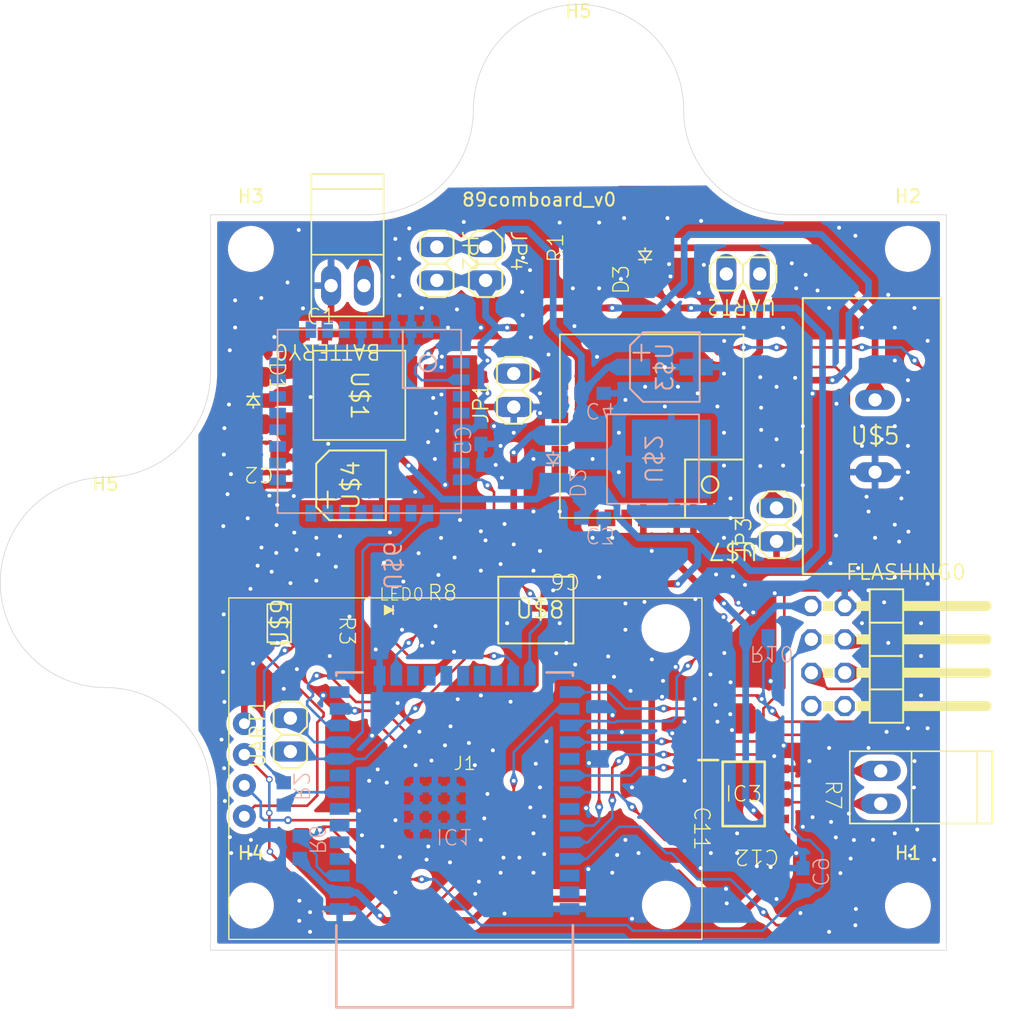
<source format=kicad_pcb>
(kicad_pcb (version 20241229) (generator "pcbnew") (generator_version "9.0")
  (layers (0 "F.Cu" signal) (2 "B.Cu" signal) (13 "F.Paste" user) (15 "B.Paste" user) (5 "F.SilkS" user "F.Silkscreen") (7 "B.SilkS" user "B.Silkscreen") (1 "F.Mask" user) (3 "B.Mask" user) (25 "Edge.Cuts" user))
  (net 0 "")
  (net 1 "GND")
  (net 2 "+5V")
  (net 3 "+3V3")
  (net 4 "VDD")
  (net 5 "/EN")
  (net 6 "/CAN_L")
  (net 7 "/CAN_H")
  (net 8 "/CON+")
  (net 9 "/IO0")
  (net 10 "/RX")
  (net 11 "/TX")
  (net 12 "/TWELITE_M2S")
  (net 13 "/CS")
  (net 14 "/CAN_TX")
  (net 15 "/GPS_TXD-RX")
  (net 16 "/MISO")
  (net 17 "/CAN_RX")
  (net 18 "/MOSI")
  (net 19 "/TWELITE_S2M")
  (net 20 "/SCK")
  (net 21 "/TWELITE_RX")
  (net 22 "/ON{slash}OFF")
  (net 23 "/GPS_RXD-TX")
  (net 24 "/TWELITE_TX")
  (net 25 "Net-(U$7-PRG)")
  (net 50 "unconnected-(R8-Pad1)")
  (net 51 "Net-(LED0-PadA)")
  (net 52 "Net-(J1-Pin_1)")
  (net 53 "Net-(R3-Pad2)")
  (net 54 "BAT")
  (net 55 "unconnected-(JP1-Pad2)")
  (footprint "73_COM:1X02_325" (layer "F.Cu") (at 117.15 104.13 -90)
    (property "Reference" "JP2")
    (property "Value" "PINHD-1X2")
  )
  (footprint "73_COM:UCD0J470MCL1GS" (layer "F.Cu") (at 110.62 121 90)
    (property "Reference" "U$4")
    (property "Value" "UCD0J470MCL1GS")
  )
  (footprint "73_COM:2X04_90_325" (layer "F.Cu") (at 152 134 -90)
    (property "Reference" "FLASHING0")
    (property "Value" "PINHD-2X4/90")
  )
  (footprint "73_COM:L_2" (layer "F.Cu") (at 150.925 144 90)
    (property "Reference" "CAN1" (hide yes))
    (property "Value" "L2" (hide yes))
  )
  (footprint "73_COM:R0603_334" (layer "F.Cu") (at 109 131.5 -90)
    (property "Reference" "R3")
    (property "Value" "10k")
  )
  (footprint "73_COM:C0603_334" (layer "F.Cu") (at 104.18 118.87 180)
    (property "Reference" "C2")
    (property "Value" "2.2μF")
  )
  (footprint "73_COM:VEC5R4355QG-I" (layer "F.Cu") (at 150.5 117.25)
    (property "Reference" "U$5")
    (property "Value" "VEC5R4355QG-I")
  )
  (footprint "73_COM:R0603_334" (layer "F.Cu") (at 117 130.5)
    (property "Reference" "R8")
    (property "Value" "1k")
  )
  (footprint "73_COM:R0603_334" (layer "F.Cu") (at 146 144 -90)
    (property "Reference" "R7")
    (property "Value" "120")
  )
  (footprint "73_COM:NJM2391DL1-33" (layer "F.Cu") (at 111.25 114.15 -90)
    (property "Reference" "U$1")
    (property "Value" "NJM2391DL1-33")
  )
  (footprint "GPS:Neo-M8N_GPS_Module" (layer "F.Cu") (at 119.27 142.675)
    (property "Reference" "J1")
    (property "Value" "Conn_01x04_Socket")
  )
  (footprint "73_COM:1X02_325" (layer "F.Cu") (at 140.45 104.91 180)
    (property "Reference" "UART2")
    (property "Value" "PINHD-1X2")
  )
  (footprint "73_COM:C0603_334" (layer "F.Cu") (at 127.5 127 180)
    (property "Reference" "C6")
    (property "Value" "C-EUC0603")
  )
  (footprint "73_COM:1X02_325" (layer "F.Cu") (at 143 124 90)
    (property "Reference" "JP3")
    (property "Value" "PINHD-1X2")
  )
  (footprint "MountingHole:MountingHole_3mm" (layer "F.Cu") (at 103 103)
    (property "Reference" "H3")
    (property "Value" "MountingHole")
  )
  (footprint "MountingHole:MountingHole_3mm" (layer "F.Cu") (at 153 103)
    (property "Reference" "H2")
    (property "Value" "MountingHole")
  )
  (footprint "73_COM:1X02_325" (layer "F.Cu") (at 123 113.769999 90)
    (property "Reference" "JP1")
    (property "Value" "PINHD-1X2")
  )
  (footprint "73_COM:R0603_334" (layer "F.Cu") (at 127.5 103.5 90)
    (property "Reference" "R1")
    (property "Value" "100")
  )
  (footprint "73_COM:SOD-123_MINI-SMA_210" (layer "F.Cu") (at 103.18 114.55 -90)
    (property "Reference" "D1")
    (property "Value" "CGRM400-G")
  )
  (footprint "73_COM:1X02_325" (layer "F.Cu") (at 120.86 104.13 -90)
    (property "Reference" "JP4")
    (property "Value" "PINHD-1X2")
  )
  (footprint "73_COM:LED1608" (layer "F.Cu") (at 113.5 130.5)
    (property "Reference" "LED0")
    (property "Value" "LED1608")
  )
  (footprint "MountingHole:MountingHole_3mm" (layer "F.Cu") (at 103 153)
    (property "Reference" "H4")
    (property "Value" "MountingHole")
  )
  (footprint "MountingHole:MountingHole_6.5mm" (layer "F.Cu") (at 91.93 128.4)
    (property "Reference" "H5")
    (property "Value" "MountingHole")
  )
  (footprint "73_COM:SOD-123_MINI-SMA_210" (layer "F.Cu") (at 133 103.5 90)
    (property "Reference" "D3")
    (property "Value" "CGRM400-G")
  )
  (footprint "73_COM:C0603_334" (layer "F.Cu") (at 136 146 -90)
    (property "Reference" "C11")
    (property "Value" "0.1μ")
  )
  (footprint "73_COM:L_2" (layer "F.Cu") (at 110.35 105.795 180)
    (property "Reference" "BATTERY0")
    (property "Value" "L2")
  )
  (footprint "73_COM:S25FL032" (layer "F.Cu") (at 125 130.5)
    (property "Reference" "U$8")
    (property "Value" "S25FL032")
  )
  (footprint "73_COM:SSM3K329R" (layer "F.Cu") (at 105.2 131.5 90)
    (property "Reference" "U$9")
    (property "Value" "SSM3K329R")
  )
  (footprint "MountingHole:MountingHole_3mm" (layer "F.Cu") (at 153 153)
    (property "Reference" "H1")
    (property "Value" "MountingHole")
  )
  (footprint "73_COM:C0603_334" (layer "F.Cu") (at 107.78 109.48)
    (property "Reference" "C1")
    (property "Value" "0.33μF")
  )
  (footprint "73_COM:C0603_334" (layer "F.Cu") (at 142.65 148 180)
    (property "Reference" "C12")
    (property "Value" "0.1μ")
  )
  (footprint "MountingHole:MountingHole_6.5mm" (layer "F.Cu") (at 127.93 92.4)
    (property "Reference" "H5")
    (property "Value" "MountingHole")
  )
  (footprint "73_COM:LITE" (layer "F.Cu") (at 140.485 109.515 180)
    (property "Reference" "U$7")
    (property "Value" "LITE")
  )
  (footprint "73_COM:1X02_325" (layer "F.Cu") (at 106 140 90)
    (property "Reference" "UART1")
    (property "Value" "PINHD-1X2")
  )
  (footprint "73_COM:SOIC127P600X175-8N" (layer "F.Cu") (at 140.5 144.5)
    (property "Reference" "IC3")
    (property "Value" "MCP2562FD-E_SN")
  )
  (footprint "73_COM:R0603_334" (layer "B.Cu") (at 141.5 132.5)
    (property "Reference" "R10")
    (property "Value" "10k")
  )
  (footprint "73_COM:C0603_334" (layer "B.Cu") (at 120.5 117 -90)
    (property "Reference" "C5")
    (property "Value" "0.1μ")
  )
  (footprint "73_COM:UCD0J470MCL1GS" (layer "B.Cu") (at 134.5 112 -90)
    (property "Reference" "U$3")
    (property "Value" "UCD0J470MCL1GS")
  )
  (footprint "73_COM:C0603_334" (layer "B.Cu") (at 129 114)
    (property "Reference" "C4")
    (property "Value" "2.2μF")
  )
  (footprint "73_COM:C0603_334" (layer "B.Cu") (at 145 151 90)
    (property "Reference" "C9")
    (property "Value" "0.1u")
  )
  (footprint "73_COM:R0603_334" (layer "B.Cu") (at 106.72 148.56 90)
    (property "Reference" "R6")
    (property "Value" "10k")
  )
  (footprint "73_COM:ESP32WROOM32EM113EH3200PS3Q0" (layer "B.Cu") (at 118.5 148)
    (property "Reference" "IC1")
    (property "Value" "ESP32-WROOM-32E_M113EH3200PS3Q")
  )
  (footprint "73_COM:C0603_334" (layer "B.Cu") (at 129 123.5)
    (property "Reference" "C3")
    (property "Value" "0.33μ")
  )
  (footprint "73_COM:LITE" (layer "B.Cu") (at 119 123.12 180)
    (property "Reference" "U$6")
    (property "Value" "LITE")
  )
  (footprint "73_COM:SOD-123_MINI-SMA_210" (layer "B.Cu") (at 126 119 90)
    (property "Reference" "D2")
    (property "Value" "CGRM400-G")
  )
  (footprint "73_COM:R0603_334" (layer "B.Cu") (at 105.5 144.5 90)
    (property "Reference" "R2")
    (property "Value" "100")
  )
  (footprint "73_COM:NJM2391DL1-33" (layer "B.Cu") (at 133.6 119 90)
    (property "Reference" "U$2")
    (property "Value" "NJM2391DL1-33")
  )
  (gr_line (start 99.93 100.4) (end 111.93 100.4) (stroke (width 0.05)) (layer "Edge.Cuts"))
  (gr_line (start 99.93 100.4) (end 99.93 112.4) (stroke (width 0.05)) (layer "Edge.Cuts"))
  (gr_line (start 99.93 156.4) (end 155.93 156.4) (stroke (width 0.05)) (layer "Edge.Cuts"))
  (gr_line (start 99.93 144.4) (end 99.93 156.4) (stroke (width 0.05)) (layer "Edge.Cuts"))
  (gr_arc (start 143.93 100.4) (mid 138.273146 98.056854) (end 135.93 92.4) (stroke (width 0.05)) (layer "Edge.Cuts"))
  (gr_arc (start 91.93 136.4) (mid 83.93 128.4) (end 91.93 120.4) (stroke (width 0.05)) (layer "Edge.Cuts"))
  (gr_arc (start 91.93 136.4) (mid 97.586854 138.743146) (end 99.93 144.4) (stroke (width 0.05)) (layer "Edge.Cuts"))
  (gr_arc (start 119.93 92.4) (mid 117.586854 98.056854) (end 111.93 100.4) (stroke (width 0.05)) (layer "Edge.Cuts"))
  (gr_line (start 155.93 100.4) (end 143.93 100.4) (stroke (width 0.05)) (layer "Edge.Cuts"))
  (gr_arc (start 99.93 112.4) (mid 97.586854 118.056854) (end 91.93 120.4) (stroke (width 0.05)) (layer "Edge.Cuts"))
  (gr_arc (start 119.93 92.4) (mid 127.93 84.4) (end 135.93 92.4) (stroke (width 0.05)) (layer "Edge.Cuts"))
  (gr_line (start 155.93 156.4) (end 155.93 100.4) (stroke (width 0.05)) (layer "Edge.Cuts"))
  (gr_text "89comboard_v0" (at 118.98 99.84 0) (layer "F.SilkS") (effects (font (size 1 1)) (justify left bottom)))
  (segment (start 151.5 120) (end 150.5 120) (width 0.2) (layer "F.Cu") (net 1))
  (via (at 133.51 134.26) (size 0.5) (drill 0.3) (layers "F.Cu" "B.Cu") (net 1))
  (via (at 154 131.5) (size 0.6) (drill 0.3) (layers "F.Cu" "B.Cu") (net 1))
  (via (at 120.35 151.18) (size 0.5) (drill 0.3) (layers "F.Cu" "B.Cu") (net 1))
  (via (at 153 118) (size 0.6) (drill 0.3) (layers "F.Cu" "B.Cu") (net 1))
  (via (at 100.93 130.83) (size 0.5) (drill 0.3) (layers "F.Cu" "B.Cu") (net 1))
  (via (at 139.15814 151.731184) (size 0.6) (drill 0.3) (layers "F.Cu" "B.Cu") (net 1))
  (via (at 153.04 124.53) (size 0.6) (drill 0.3) (layers "F.Cu" "B.Cu") (net 1))
  (via (at 149 102) (size 0.6) (drill 0.3) (layers "F.Cu" "B.Cu") (net 1))
  (via (at 123.64 106.28) (size 0.5) (drill 0.3) (layers "F.Cu" "B.Cu") (net 1))
  (via (at 148.5 146) (size 0.6) (drill 0.3) (layers "F.Cu" "B.Cu") (net 1))
  (via (at 147 107.5) (size 0.6) (drill 0.3) (layers "F.Cu" "B.Cu") (net 1))
  (via (at 136 139) (size 0.6) (drill 0.3) (layers "F.Cu" "B.Cu") (net 1))
  (via (at 118.91 123.64) (size 0.6) (drill 0.3) (layers "F.Cu" "B.Cu") (net 1))
  (via (at 143.5 109) (size 0.6) (drill 0.3) (layers "F.Cu" "B.Cu") (net 1))
  (via (at 137.228096 150.143284) (size 0.6) (drill 0.3) (layers "F.Cu" "B.Cu") (net 1))
  (via (at 145.735454 114.017215) (size 0.6) (drill 0.3) (layers "F.Cu" "B.Cu") (net 1))
  (via (at 114.5 132) (size 0.6) (drill 0.3) (layers "F.Cu" "B.Cu") (net 1))
  (via (at 106.96 107.53) (size 0.5) (drill 0.3) (layers "F.Cu" "B.Cu") (net 1))
  (via (at 106.64 101.56) (size 0.6) (drill 0.3) (layers "F.Cu" "B.Cu") (net 1))
  (via (at 139.5 136) (size 0.6) (drill 0.3) (layers "F.Cu" "B.Cu") (net 1))
  (via (at 118.192221 139.353851) (size 0.6) (drill 0.3) (layers "F.Cu" "B.Cu") (net 1))
  (via (at 122.22 149.35) (size 0.5) (drill 0.3) (layers "F.Cu" "B.Cu") (net 1))
  (via (at 124.26 145.53) (size 0.5) (drill 0.3) (layers "F.Cu" "B.Cu") (net 1))
  (via (at 120.04 142.31) (size 0.5) (drill 0.3) (layers "F.Cu" "B.Cu") (net 1))
  (via (at 152.5 122) (size 0.6) (drill 0.3) (layers "F.Cu" "B.Cu") (net 1))
  (via (at 129.5 106) (size 0.6) (drill 0.3) (layers "F.Cu" "B.Cu") (net 1))
  (via (at 152 128) (size 0.6) (drill 0.3) (layers "F.Cu" "B.Cu") (net 1))
  (via (at 155 149.5) (size 0.6) (drill 0.3) (layers "F.Cu" "B.Cu") (net 1))
  (via (at 134.361078 135.890697) (size 0.6) (drill 0.3) (layers "F.Cu" "B.Cu") (net 1))
  (via (at 126 129) (size 0.6) (drill 0.3) (layers "F.Cu" "B.Cu") (net 1))
  (via (at 129.5 128) (size 0.6) (drill 0.3) (layers "F.Cu" "B.Cu") (net 1))
  (via (at 150 141) (size 0.6) (drill 0.3) (layers "F.Cu" "B.Cu") (net 1))
  (via (at 152 116.5) (size 0.6) (drill 0.3) (layers "F.Cu" "B.Cu") (net 1))
  (via (at 153 113) (size 0.6) (drill 0.3) (layers "F.Cu" "B.Cu") (net 1))
  (via (at 151.375139 139.771937) (size 0.6) (drill 0.3) (layers "F.Cu" "B.Cu") (net 1))
  (via (at 124.5 127.5) (size 0.6) (drill 0.3) (layers "F.Cu" "B.Cu") (net 1))
  (via (at 148.64 149.42) (size 0.5) (drill 0.3) (layers "F.Cu" "B.Cu") (net 1))
  (via (at 102.966399 128.885732) (size 0.6) (drill 0.3) (layers "F.Cu" "B.Cu") (net 1))
  (via (at 131.5 132) (size 0.6) (drill 0.3) (layers "F.Cu" "B.Cu") (net 1))
  (via (at 117.5 114.09) (size 0.5) (drill 0.3) (layers "F.Cu" "B.Cu") (net 1))
  (via (at 117.08 115.51) (size 0.5) (drill 0.3) (layers "F.Cu" "B.Cu") (net 1))
  (via (at 139.5 123.5) (size 0.6) (drill 0.3) (layers "F.Cu" "B.Cu") (net 1))
  (via (at 124.5 123) (size 0.6) (drill 0.3) (layers "F.Cu" "B.Cu") (net 1))
  (via (at 139.017524 110.008762) (size 0.6) (drill 0.3) (layers "F.Cu" "B.Cu") (net 1))
  (via (at 131.89 136.65) (size 0.5) (drill 0.3) (layers "F.Cu" "B.Cu") (net 1))
  (via (at 128.51 145.58) (size 0.5) (drill 0.3) (layers "F.Cu" "B.Cu") (net 1))
  (via (at 125.32 146.21) (size 0.5) (drill 0.3) (layers "F.Cu" "B.Cu") (net 1))
  (via (at 117.5 112) (size 0.6) (drill 0.3) (layers "F.Cu" "B.Cu") (net 1))
  (via (at 149.5 131.5) (size 0.6) (drill 0.3) (layers "F.Cu" "B.Cu") (net 1))
  (via (at 101.4 147.79) (size 0.5) (drill 0.3) (layers "F.Cu" "B.Cu") (net 1))
  (via (at 143.538773 140.816186) (size 0.6) (drill 0.3) (layers "F.Cu" "B.Cu") (net 1))
  (via (at 142.826435 141.625894) (size 0.6) (drill 0.3) (layers "F.Cu" "B.Cu") (net 1))
  (via (at 117.18 116.85) (size 0.5) (drill 0.3) (layers "F.Cu" "B.Cu") (net 1))
  (via (at 134.5 112) (size 0.6) (drill 0.3) (layers "F.Cu" "B.Cu") (net 1))
  (via (at 122 150.5) (size 0.6) (drill 0.3) (layers "F.Cu" "B.Cu") (net 1))
  (via (at 118.5 126.5) (size 0.6) (drill 0.3) (layers "F.Cu" "B.Cu") (net 1))
  (via (at 126.5 123) (size 0.6) (drill 0.3) (layers "F.Cu" "B.Cu") (net 1))
  (via (at 104.95 124.03) (size 0.5) (drill 0.3) (layers "F.Cu" "B.Cu") (net 1))
  (via (at 103 148) (size 0.6) (drill 0.3) (layers "F.Cu" "B.Cu") (net 1))
  (via (at 140.5 109) (size 0.6) (drill 0.3) (layers "F.Cu" "B.Cu") (net 1))
  (via (at 114.6 128.33) (size 0.5) (drill 0.3) (layers "F.Cu" "B.Cu") (net 1))
  (via (at 122.3 153.61) (size 0.6) (drill 0.3) (layers "F.Cu" "B.Cu") (net 1))
  (via (at 104.93 126.15) (size 0.5) (drill 0.3) (layers "F.Cu" "B.Cu") (net 1))
  (via (at 109.77 124.88) (size 0.5) (drill 0.3) (layers "F.Cu" "B.Cu") (net 1))
  (via (at 116 107.5) (size 0.6) (drill 0.3) (layers "F.Cu" "B.Cu") (net 1))
  (via (at 118.74 137.29) (size 0.6) (drill 0.3) (layers "F.Cu" "B.Cu") (net 1))
  (via (at 141.76185 119.53714) (size 0.6) (drill 0.3) (layers "F.Cu" "B.Cu") (net 1))
  (via (at 145.5 142) (size 0.6) (drill 0.3) (layers "F.Cu" "B.Cu") (net 1))
  (via (at 102.758567 123.514309) (size 0.6) (drill 0.3) (layers "F.Cu" "B.Cu") (net 1))
  (via (at 108.88 117.84) (size 0.6) (drill 0.3) (layers "F.Cu" "B.Cu") (net 1))
  (via (at 118.15 149.71) (size 0.5) (drill 0.3) (layers "F.Cu" "B.Cu") (net 1))
  (via (at 101.5 149) (size 0.6) (drill 0.3) (layers "F.Cu" "B.Cu") (net 1))
  (via (at 140 149) (size 0.6) (drill 0.3) (layers "F.Cu" "B.Cu") (net 1))
  (via (at 137.1 106.36) (size 0.6) (drill 0.3) (layers "F.Cu" "B.Cu") (net 1))
  (via (at 149.5 116.5) (size 0.6) (drill 0.3) (layers "F.Cu" "B.Cu") (net 1))
  (via (at 111.449962 147.646148) (size 0.6) (drill 0.3) (layers "F.Cu" "B.Cu") (net 1))
  (via (at 120.5 148) (size 0.6) (drill 0.3) (layers "F.Cu" "B.Cu") (net 1))
  (via (at 103.8 125.74) (size 0.5) (drill 0.3) (layers "F.Cu" "B.Cu") (net 1))
  (via (at 130.5 125) (size 0.6) (drill 0.3) (layers "F.Cu" "B.Cu") (net 1))
  (via (at 107.98 128.26) (size 0.5) (drill 0.3) (layers "F.Cu" "B.Cu") (net 1))
  (via (at 129 119) (size 0.6) (drill 0.3) (layers "F.Cu" "B.Cu") (net 1))
  (via (at 102.99 149.12) (size 0.5) (drill 0.3) (layers "F.Cu" "B.Cu") (net 1))
  (via (at 139.21 152.83) (size 0.6) (drill 0.3) (layers "F.Cu" "B.Cu") (net 1))
  (via (at 141.760114 112.770356) (size 0.6) (drill 0.3) (layers "F.Cu" "B.Cu") (net 1))
  (via (at 101.39 110.72) (size 0.5) (drill 0.3) (layers "F.Cu" "B.Cu") (net 1))
  (via (at 153.46 144.01) (size 0.5) (drill 0.3) (layers "F.Cu" "B.Cu") (net 1))
  (via (at 114.33 149.31) (size 0.5) (drill 0.3) (layers "F.Cu" "B.Cu") (net 1))
  (via (at 136 143.5) (size 0.6) (drill 0.3) (layers "F.Cu" "B.Cu") (net 1))
  (via (at 134.93 105.1) (size 0.5) (drill 0.3) (layers "F.Cu" "B.Cu") (net 1))
  (via (at 138.966841 131.033159) (size 0.6) (drill 0.3) (layers "F.Cu" "B.Cu") (net 1))
  (via (at 139 125) (size 0.6) (drill 0.3) (layers "F.Cu" "B.Cu") (net 1))
  (via (at 130.87 149.15) (size 0.5) (drill 0.3) (layers "F.Cu" "B.Cu") (net 1))
  (via (at 139.48 138.43) (size 0.5) (drill 0.3) (layers "F.Cu" "B.Cu") (net 1))
  (via (at 106.69 152.63) (size 0.5) (drill 0.3) (layers "F.Cu" "B.Cu") (net 1))
  (via (at 123 125.5) (size 0.6) (drill 0.3) (layers "F.Cu" "B.Cu") (net 1))
  (via (at 113.8 105.13) (size 0.5) (drill 0.3) (layers "F.Cu" "B.Cu") (net 1))
  (via (at 104.403771 121.790292) (size 0.6) (drill 0.3) (layers "F.Cu" "B.Cu") (net 1))
  (via (at 113.58 124.59) (size 0.5) (drill 0.3) (layers "F.Cu" "B.Cu") (net 1))
  (via (at 116.84 132.98) (size 0.5) (drill 0.3) (layers "F.Cu" "B.Cu") (net 1))
  (via (at 109.46 127.2) (size 0.5) (drill 0.3) (layers "F.Cu" "B.Cu") (net 1))
  (via (at 143 152.5) (size 0.6) (drill 0.3) (layers "F.Cu" "B.Cu") (net 1))
  (via (at 101.02 145.04) (size 0.5) (drill 0.3) (layers "F.Cu" "B.Cu") (net 1))
  (via (at 150 123) (size 0.6) (drill 0.3) (layers "F.Cu" "B.Cu") (net 1))
  (via (at 153 120) (size 0.6) (drill 0.3) (layers "F.Cu" "B.Cu") (net 1))
  (via (at 152 124) (size 0.6) (drill 0.3) (layers "F.Cu" "B.Cu") (net 1))
  (via (at 117 119) (size 0.6) (drill 0.3) (layers "F.Cu" "B.Cu") (net 1))
  (via (at 150 129) (size 0.6) (drill 0.3) (layers "F.Cu" "B.Cu") (net 1))
  (via (at 104.58 127.58) (size 0.5) (drill 0.3) (layers "F.Cu" "B.Cu") (net 1))
  (via (at 119.2 100.95) (size 0.6) (drill 0.3) (layers "F.Cu" "B.Cu") (net 1))
  (via (at 134.289734 137.102604) (size 0.6) (drill 0.3) (layers "F.Cu" "B.Cu") (net 1))
  (via (at 120.5 124.5) (size 0.6) (drill 0.3) (layers "F.Cu" "B.Cu") (net 1))
  (via (at 113.12 126.9) (size 0.5) (drill 0.3) (layers "F.Cu" "B.Cu") (net 1))
  (via (at 131.5 148) (size 0.6) (drill 0.3) (layers "F.Cu" "B.Cu") (net 1))
  (via (at 112.65 142.63) (size 0.5) (drill 0.3) (layers "F.Cu" "B.Cu") (net 1))
  (via (at 124.306749 109.735552) (size 0.6) (drill 0.3) (layers "F.Cu" "B.Cu") (net 1))
  (via (at 107.5 153.5) (size 0.6) (drill 0.3) (layers "F.Cu" "B.Cu") (net 1))
  (via (at 117.47 125.01) (size 0.5) (drill 0.3) (layers "F.Cu" "B.Cu") (net 1))
  (via (at 130.63 135.58) (size 0.6) (drill 0.3) (layers "F.Cu" "B.Cu") (net 1))
  (via (at 132 144) (size 0.6) (drill 0.3) (layers "F.Cu" "B.Cu") (net 1))
  (via (at 130.52 138.5) (size 0.5) (drill 0.3) (layers "F.Cu" "B.Cu") (net 1))
  (via (at 130.5 150.5) (size 0.6) (drill 0.3) (layers "F.Cu" "B.Cu") (net 1))
  (via (at 125.32 149.08) (size 0.5) (drill 0.3) (layers "F.Cu" "B.Cu") (net 1))
  (via (at 101.22 121.68) (size 0.5) (drill 0.3) (layers "F.Cu" "B.Cu") (net 1))
  (via (at 116.49 117.72) (size 0.5) (drill 0.3) (layers "F.Cu" "B.Cu") (net 1))
  (via (at 123.71 103.68) (size 0.5) (drill 0.3) (layers "F.Cu" "B.Cu") (net 1))
  (via (at 131.5 114.5) (size 0.6) (drill 0.3) (layers "F.Cu" "B.Cu") (net 1))
  (via (at 115.76 126.17) (size 0.6) (drill 0.3) (layers "F.Cu" "B.Cu") (net 1))
  (via (at 154.5 128.5) (size 0.6) (drill 0.3) (layers "F.Cu" "B.Cu") (net 1))
  (via (at 138.355986 137.707936) (size 0.6) (drill 0.3) (layers "F.Cu" "B.Cu") (net 1))
  (via (at 144.82 153.57) (size 0.6) (drill 0.3) (layers "F.Cu" "B.Cu") (net 1))
  (via (at 152 111.5) (size 0.6) (drill 0.3) (layers "F.Cu" "B.Cu") (net 1))
  (via (at 116.01 133.21) (size 0.5) (drill 0.3) (layers "F.Cu" "B.Cu") (net 1))
  (via (at 121.5 116.5) (size 0.6) (drill 0.3) (layers "F.Cu" "B.Cu") (net 1))
  (via (at 131.159033 105.290117) (size 0.6) (drill 0.3) (layers "F.Cu" "B.Cu") (net 1))
  (via (at 138.4 127.79) (size 0.6) (drill 0.3) (layers "F.Cu" "B.Cu") (net 1))
  (via (at 131 120) (size 0.6) (drill 0.3) (layers "F.Cu" "B.Cu") (net 1))
  (via (at 124.5 150.5) (size 0.6) (drill 0.3) (layers "F.Cu" "B.Cu") (net 1))
  (via (at 111.234779 145.770749) (size 0.6) (drill 0.3) (layers "F.Cu" "B.Cu") (net 1))
  (via (at 125.5 140.5) (size 0.6) (drill 0.3) (layers "F.Cu" "B.Cu") (net 1))
  (via (at 147.53 124.83) (size 0.6) (drill 0.3) (layers "F.Cu" "B.Cu") (net 1))
  (via (at 130.19 134.03) (size 0.6) (drill 0.3) (layers "F.Cu" "B.Cu") (net 1))
  (via (at 150.5 125) (size 0.6) (drill 0.3) (layers "F.Cu" "B.Cu") (net 1))
  (via (at 113 148.5) (size 0.6) (drill 0.3) (layers "F.Cu" "B.Cu") (net 1))
  (via (at 113.99 102.24) (size 0.5) (drill 0.3) (layers "F.Cu" "B.Cu") (net 1))
  (via (at 108.14 126.27) (size 0.5) (drill 0.3) (layers "F.Cu" "B.Cu") (net 1))
  (via (at 140.100792 129.945041) (size 0.6) (drill 0.3) (layers "F.Cu" "B.Cu") (net 1))
  (via (at 152 147.5) (size 0.6) (drill 0.3) (layers "F.Cu" "B.Cu") (net 1))
  (via (at 143.5 119.5) (size 0.6) (drill 0.3) (layers "F.Cu" "B.Cu") (net 1))
  (via (at 135.5 113.5) (size 0.6) (drill 0.3) (layers "F.Cu" "B.Cu") (net 1))
  (via (at 115.54 142.31) (size 0.5) (drill 0.3) (layers "F.Cu" "B.Cu") (net 1))
  (via (at 120.76 146.36) (size 0.5) (drill 0.3) (layers "F.Cu" "B.Cu") (net 1))
  (via (at 131 117) (size 0.6) (drill 0.3) (layers "F.Cu" "B.Cu") (net 1))
  (via (at 107.98 125) (size 0.5) (drill 0.3) (layers "F.Cu" "B.Cu") (net 1))
  (via (at 135.319769 134.831701) (size 0.6) (drill 0.3) (layers "F.Cu" "B.Cu") (net 1))
  (via (at 142.549912 150.07333) (size 0.6) (drill 0.3) (layers "F.Cu" "B.Cu") (net 1))
  (via (at 114.31 106.54) (size 0.6) (drill 0.3) (layers "F.Cu" "B.Cu") (net 1))
  (via (at 115.824622 139.763066) (size 0.6) (drill 0.3) (layers "F.Cu" "B.Cu") (net 1))
  (via (at 133.5 126) (size 0.6) (drill 0.3) (layers "F.Cu" "B.Cu") (net 1))
  (via (at 127.62 108.88) (size 0.6) (drill 0.3) (layers "F.Cu" "B.Cu") (net 1))
  (via (at 147.15 146.63) (size 0.5) (drill 0.3) (layers "F.Cu" "B.Cu") (net 1))
  (via (at 139.68 127.94) (size 0.5) (drill 0.3) (layers "F.Cu" "B.Cu") (net 1))
  (via (at 146.12 106.17) (size 0.5) (drill 0.3) (layers "F.Cu" "B.Cu") (net 1))
  (via (at 125 144) (size 0.6) (drill 0.3) (layers "F.Cu" "B.Cu") (net 1))
  (via (at 153 114.5) (size 0.6) (drill 0.3) (layers "F.Cu" "B.Cu") (net 1))
  (via (at 101.33 114.85) (size 0.5) (drill 0.3) (layers "F.Cu" "B.Cu") (net 1))
  (via (at 145.74 146.27) (size 0.6) (drill 0.3) (layers "F.Cu" "B.Cu") (net 1))
  (via (at 135.061353 139.883027) (size 0.6) (drill 0.3) (layers "F.Cu" "B.Cu") (net 1))
  (via (at 147.51 147.81) (size 0.6) (drill 0.3) (layers "F.Cu" "B.Cu") (net 1))
  (via (at 145 147) (size 0.6) (drill 0.3) (layers "F.Cu" "B.Cu") (net 1))
  (via (at 105.5 136.5) (size 0.6) (drill 0.3) (layers "F.Cu" "B.Cu") (net 1))
  (via (at 120.5 137) (size 0.6) (drill 0.3) (layers "F.Cu" "B.Cu") (net 1))
  (via (at 127.68 134.65) (size 0.6) (drill 0.3) (layers "F.Cu" "B.Cu") (net 1))
  (via (at 106.3 124.6) (size 0.5) (drill 0.3) (layers "F.Cu" "B.Cu") (net 1))
  (via (at 132.95 129.88) (size 0.5) (drill 0.3) (layers "F.Cu" "B.Cu") (net 1))
  (via (at 114 152) (size 0.6) (drill 0.3) (layers "F.Cu" "B.Cu") (net 1))
  (via (at 114.3 103.75) (size 0.5) (drill 0.3) (layers "F.Cu" "B.Cu") (net 1))
  (via (at 149 154.5) (size 0.6) (drill 0.3) (layers "F.Cu" "B.Cu") (net 1))
  (via (at 118 109) (size 0.6) (drill 0.3) (layers "F.Cu" "B.Cu") (net 1))
  (via (at 100.94 118.66) (size 0.5) (drill 0.3) (layers "F.Cu" "B.Cu") (net 1))
  (via (at 114.17 137.58) (size 0.5) (drill 0.3) (layers "F.Cu" "B.Cu") (net 1))
  (via (at 138.5 115) (size 0.6) (drill 0.3) (layers "F.Cu" "B.Cu") (net 1))
  (via (at 154.5 139.5) (size 0.6) (drill 0.3) (layers "F.Cu" "B.Cu") (net 1))
  (via (at 137.47 104.22) (size 0.5) (drill 0.3) (layers "F.Cu" "B.Cu") (net 1))
  (via (at 124.5 147.5) (size 0.6) (drill 0.3) (layers "F.Cu" "B.Cu") (net 1))
  (via (at 122 127) (size 0.6) (drill 0.3) (layers "F.Cu" "B.Cu") (net 1))
  (via (at 147.56 114.79) (size 0.6) (drill 0.3) (layers "F.Cu" "B.Cu") (net 1))
  (via (at 120.852117 125.195029) (size 0.6) (drill 0.3) (layers "F.Cu" "B.Cu") (net 1))
  (via (at 100.96 142.54) (size 0.5) (drill 0.3) (layers "F.Cu" "B.Cu") (net 1))
  (via (at 140.6 128.58) (size 0.5) (drill 0.3) (layers "F.Cu" "B.Cu") (net 1))
  (via (at 122.76 137.48) (size 0.6) (drill 0.3) (layers "F.Cu" "B.Cu") (net 1))
  (via (at 151 117.5) (size 0.6) (drill 0.3) (layers "F.Cu" "B.Cu") (net 1))
  (via (at 153.5 142) (size 0.6) (drill 0.3) (layers "F.Cu" "B.Cu") (net 1))
  (via (at 129 125) (size 0.6) (drill 0.3) (layers "F.Cu" "B.Cu") (net 1))
  (via (at 125 114) (size 0.6) (drill 0.3) (layers "F.Cu" "B.Cu") (net 1))
  (via (at 118.46 133.68) (size 0.5) (drill 0.3) (layers "F.Cu" "B.Cu") (net 1))
  (via (at 154.5 110) (size 0.6) (drill 0.3) (layers "F.Cu" "B.Cu") (net 1))
  (via (at 120.5 109) (size 0.6) (drill 0.3) (layers "F.Cu" "B.Cu") (net 1))
  (via (at 112.222323 140.064418) (size 0.6) (drill 0.3) (layers "F.Cu" "B.Cu") (net 1))
  (via (at 103.17 134.57) (size 0.6) (drill 0.3) (layers "F.Cu" "B.Cu") (net 1))
  (via (at 105.011456 133) (size 0.6) (drill 0.3) (layers "F.Cu" "B.Cu") (net 1))
  (via (at 106.265708 121.819847) (size 0.6) (drill 0.3) (layers "F.Cu" "B.Cu") (net 1))
  (via (at 145 121) (size 0.6) (drill 0.3) (layers "F.Cu" "B.Cu") (net 1))
  (via (at 121.63 119.45) (size 0.6) (drill 0.3) (layers "F.Cu" "B.Cu") (net 1))
  (via (at 143 117.5) (size 0.6) (drill 0.3) (layers "F.Cu" "B.Cu") (net 1))
  (via (at 116.5 148.5) (size 0.6) (drill 0.3) (layers "F.Cu" "B.Cu") (net 1))
  (via (at 120.07 152.11) (size 0.5) (drill 0.3) (layers "F.Cu" "B.Cu") (net 1))
  (via (at 100.9 124.11) (size 0.6) (drill 0.3) (layers "F.Cu" "B.Cu") (net 1))
  (via (at 137.97 135.4) (size 0.6) (drill 0.3) (layers "F.Cu" "B.Cu") (net 1))
  (via (at 139 112.5) (size 0.6) (drill 0.3) (layers "F.Cu" "B.Cu") (net 1))
  (via (at 131.5 130) (size 0.6) (drill 0.3) (layers "F.Cu" "B.Cu") (net 1))
  (via (at 112.5 133.5) (size 0.6) (drill 0.3) (layers "F.Cu" "B.Cu") (net 1))
  (via (at 147 141) (size 0.6) (drill 0.3) (layers "F.Cu" "B.Cu") (net 1))
  (via (at 132.5 149) (size 0.6) (drill 0.3) (layers "F.Cu" "B.Cu") (net 1))
  (via (at 147 155) (size 0.6) (drill 0.3) (layers "F.Cu" "B.Cu") (net 1))
  (via (at 141.827122 115.093302) (size 0.6) (drill 0.3) (layers "F.Cu" "B.Cu") (net 1))
  (via (at 134.700864 100.658845) (size 0.6) (drill 0.3) (layers "F.Cu" "B.Cu") (net 1))
  (via (at 138.5 139) (size 0.6) (drill 0.3) (layers "F.Cu" "B.Cu") (net 1))
  (via (at 101.8 106.92) (size 0.6) (drill 0.3) (layers "F.Cu" "B.Cu") (net 1))
  (via (at 122.1 120.43) (size 0.6) (drill 0.3) (layers "F.Cu" "B.Cu") (net 1))
  (via (at 122.5 131.5) (size 0.6) (drill 0.3) (layers "F.Cu" "B.Cu") (net 1))
  (via (at 127.5 106) (size 0.6) (drill 0.3) (layers "F.Cu" "B.Cu") (net 1))
  (via (at 128.73 142.15) (size 0.5) (drill 0.3) (layers "F.Cu" "B.Cu") (net 1))
  (via (at 110.5 131) (size 0.6) (drill 0.3) (layers "F.Cu" "B.Cu") (net 1))
  (via (at 149.04 153.26) (size 0.5) (drill 0.3) (layers "F.Cu" "B.Cu") (net 1))
  (via (at 113.335831 143.639305) (size 0.6) (drill 0.3) (layers "F.Cu" "B.Cu") (net 1))
  (via (at 133 113.5) (size 0.6) (drill 0.3) (layers "F.Cu" "B.Cu") (net 1))
  (via (at 126.5 101) (size 0.6) (drill 0.3) (layers "F.Cu" "B.Cu") (net 1))
  (via (at 144.16 104.1) (size 0.5) (drill 0.3) (layers "F.Cu" "B.Cu") (net 1))
  (via (at 105 122.5) (size 0.6) (drill 0.3) (layers "F.Cu" "B.Cu") (net 1))
  (via (at 112 143.5) (size 0.6) (drill 0.3) (layers "F.Cu" "B.Cu") (net 1))
  (via (at 142.862251 129.214756) (size 0.6) (drill 0.3) (layers "F.Cu" "B.Cu") (net 1))
  (via (at 114 146.5) (size 0.6) (drill 0.3) (layers "F.Cu" "B.Cu") (net 1))
  (via (at 100.98 137.49) (size 0.5) (drill 0.3) (layers "F.Cu" "B.Cu") (net 1))
  (via (at 120.5 127.5) (size 0.6) (drill 0.3) (layers "F.Cu" "B.Cu") (net 1))
  (via (at 139.5 122) (size 0.6) (drill 0.3) (layers "F.Cu" "B.Cu") (net 1))
  (via (at 136.8185 129.667953) (size 0.6) (drill 0.3) (layers "F.Cu" "B.Cu") (net 1))
  (via (at 147.1 126.94) (size 0.6) (drill 0.3) (layers "F.Cu" "B.Cu") (net 1))
  (via (at 116.74 141.96) (size 0.6) (drill 0.3) (layers "F.Cu" "B.Cu") (net 1))
  (via (at 101.48 120.15) (size 0.5) (drill 0.3) (layers "F.Cu" "B.Cu") (net 1))
  (via (at 141.5 150) (size 0.6) (drill 0.3) (layers "F.Cu" "B.Cu") (net 1))
  (via (at 117.77 140.8) (size 0.5) (drill 0.3) (layers "F.Cu" "B.Cu") (net 1))
  (via (at 153.710718 147.209256) (size 0.6) (drill 0.3) (layers "F.Cu" "B.Cu") (net 1))
  (via (at 115.05 101.44) (size 0.5) (drill 0.3) (layers "F.Cu" "B.Cu") (net 1))
  (via (at 152 109) (size 0.6) (drill 0.3) (layers "F.Cu" "B.Cu") (net 1))
  (via (at 152.33 125.29) (size 0.6) (drill 0.3) (layers "F.Cu" "B.Cu") (net 1))
  (via (at 151.5 133) (size 0.6) (drill 0.3) (layers "F.Cu" "B.Cu") (net 1))
  (via (at 124.68 142.2) (size 0.5) (drill 0.3) (layers "F.Cu" "B.Cu") (net 1))
  (via (at 122.300693 123.947246) (size 0.6) (drill 0.3) (layers "F.Cu" "B.Cu") (net 1))
  (via (at 151.19 129.91) (size 0.5) (drill 0.3) (layers "F.Cu" "B.Cu") (net 1))
  (via (at 138 149) (size 0.6) (drill 0.3) (layers "F.Cu" "B.Cu") (net 1))
  (via (at 124.24 104.62) (size 0.5) (drill 0.3) (layers "F.Cu" "B.Cu") (net 1))
  (via (at 144.93 118.48) (size 0.6) (drill 0.3) (layers "F.Cu" "B.Cu") (net 1))
  (via (at 117.27 127.83) (size 0.6) (drill 0.3) (layers "F.Cu" "B.Cu") (net 1))
  (via (at 116.87 114.35) (size 0.5) (drill 0.3) (layers "F.Cu" "B.Cu") (net 1))
  (via (at 141.831279 116.783124) (size 0.6) (drill 0.3) (layers "F.Cu" "B.Cu") (net 1))
  (via (at 143 113.5) (size 0.6) (drill 0.3) (layers "F.Cu" "B.Cu") (net 1))
  (via (at 128.681216 150.226543) (size 0.6) (drill 0.3) (layers "F.Cu" "B.Cu") (net 1))
  (via (at 121 144.5) (size 0.6) (drill 0.3) (layers "F.Cu" "B.Cu") (net 1))
  (via (at 114.743126 140.873792) (size 0.6) (drill 0.3) (layers "F.Cu" "B.Cu") (net 1))
  (via (at 116.37 149.5) (size 0.5) (drill 0.3) (layers "F.Cu" "B.Cu") (net 1))
  (via (at 153.15 149.2) (size 0.6) (drill 0.3) (layers "F.Cu" "B.Cu") (net 1))
  (via (at 125.646324 111.046926) (size 0.6) (drill 0.3) (layers "F.Cu" "B.Cu") (net 1))
  (via (at 103.79 106.74) (size 0.5) (drill 0.3) (layers "F.Cu" "B.Cu") (net 1))
  (via (at 109 134) (size 0.6) (drill 0.3) (layers "F.Cu" "B.Cu") (net 1))
  (via (at 115.5 121.5) (size 0.6) (drill 0.3) (layers "F.Cu" "B.Cu") (net 1))
  (via (at 105.79 105.56) (size 0.5) (drill 0.3) (layers "F.Cu" "B.Cu") (net 1))
  (via (at 150.35 147.99) (size 0.5) (drill 0.3) (layers "F.Cu" "B.Cu") (net 1))
  (via (at 127 133) (size 0.6) (drill 0.3) (layers "F.Cu" "B.Cu") (net 1))
  (via (at 131.23 139.79) (size 0.5) (drill 0.3) (layers "F.Cu" "B.Cu") (net 1))
  (via (at 137 114) (size 0.6) (drill 0.3) (layers "F.Cu" "B.Cu") (net 1))
  (via (at 117.527262 111.201639) (size 0.6) (drill 0.3) (layers "F.Cu" "B.Cu") (net 1))
  (via (at 106.68 154.16) (size 0.5) (drill 0.3) (layers "F.Cu" "B.Cu") (net 1))
  (via (at 107.54 114.28) (size 0.5) (drill 0.3) (layers "F.Cu" "B.Cu") (net 1))
  (via (at 106.47 125.91) (size 0.5) (drill 0.3) (layers "F.Cu" "B.Cu") (net 1))
  (via (at 144.418101 112.822474) (size 0.6) (drill 0.3) (layers "F.Cu" "B.Cu") (net 1))
  (via (at 126.236982 133.791748) (size 0.6) (drill 0.3) (layers "F.Cu" "B.Cu") (net 1))
  (via (at 100.88 135.21) (size 0.5) (drill 0.3) (layers "F.Cu" "B.Cu") (net 1))
  (via (at 154 134) (size 0.6) (drill 0.3) (layers "F.Cu" "B.Cu") (net 1))
  (via (at 117.05 131.73) (size 0.5) (drill 0.3) (layers "F.Cu" "B.Cu") (net 1))
  (via (at 144.5 106) (size 0.6) (drill 0.3) (layers "F.Cu" "B.Cu") (net 1))
  (via (at 139.03 133.77) (size 0.6) (drill 0.3) (layers "F.Cu" "B.Cu") (net 1))
  (via (at 145.22 104.97) (size 0.5) (drill 0.3) (layers "F.Cu" "B.Cu") (net 1))
  (via (at 137.26 100.87) (size 0.5) (drill 0.3) (layers "F.Cu" "B.Cu") (net 1))
  (via (at 122 118) (size 0.6) (drill 0.3) (layers "F.Cu" "B.Cu") (net 1))
  (via (at 134.82 104.16) (size 0.5) (drill 0.3) (layers "F.Cu" "B.Cu") (net 1))
  (via (at 132 154) (size 0.6) (drill 0.3) (layers "F.Cu" "B.Cu") (net 1))
  (via (at 136.776859 137.273676) (size 0.6) (drill 0.3) (layers "F.Cu" "B.Cu") (net 1))
  (via (at 100.98 116.65) (size 0.5) (drill 0.3) (layers "F.Cu" "B.Cu") (net 1))
  (via (at 101.8 108.99) (size 0.6) (drill 0.3) (layers "F.Cu" "B.Cu") (net 1))
  (via (at 125 126) (size 0.6) (drill 0.3) (layers "F.Cu" "B.Cu") (net 1))
  (via (at 151.5 106.5) (size 0.6) (drill 0.3) (layers "F.Cu" "B.Cu") (net 1))
  (via (at 100.76 140.36) (size 0.5) (drill 0.3) (layers "F.Cu" "B.Cu") (net 1))
  (via (at 142.56 135.91) (size 0.5) (drill 0.3) (layers "F.Cu" "B.Cu") (net 1))
  (via (at 103.51 127.12) (size 0.5) (drill 0.3) (layers "F.Cu" "B.Cu") (net 1))
  (via (at 131.399733 100.656797) (size 0.6) (drill 0.3) (layers "F.Cu" "B.Cu") (net 1))
  (via (at 123 117) (size 0.6) (drill 0.3) (layers "F.Cu" "B.Cu") (net 1))
  (via (at 154 137) (size 0.6) (drill 0.3) (layers "F.Cu" "B.Cu") (net 1))
  (via (at 119.59 140.62) (size 0.6) (drill 0.3) (layers "F.Cu" "B.Cu") (net 1))
  (via (at 139 119.5) (size 0.6) (drill 0.3) (layers "F.Cu" "B.Cu") (net 1))
  (via (at 129.34 111.22) (size 0.6) (drill 0.3) (layers "F.Cu" "B.Cu") (net 1))
  (via (at 139 117) (size 0.6) (drill 0.3) (layers "F.Cu" "B.Cu") (net 1))
  (via (at 149.85 121.87) (size 0.6) (drill 0.3) (layers "F.Cu" "B.Cu") (net 1))
  (via (at 123.43 149.35) (size 0.5) (drill 0.3) (layers "F.Cu" "B.Cu") (net 1))
  (via (at 121.41 141.18) (size 0.5) (drill 0.3) (layers "F.Cu" "B.Cu") (net 1))
  (via (at 106.01 128.45) (size 0.5) (drill 0.3) (layers "F.Cu" "B.Cu") (net 1))
  (via (at 144.5 149) (size 0.6) (drill 0.3) (layers "F.Cu" "B.Cu") (net 1))
  (via (at 140 147.5) (size 0.6) (drill 0.3) (layers "F.Cu" "B.Cu") (net 1))
  (via (at 107.5 155) (size 0.6) (drill 0.3) (layers "F.Cu" "B.Cu") (net 1))
  (via (at 123.684538 108.049209) (size 0.6) (drill 0.3) (layers "F.Cu" "B.Cu") (net 1))
  (via (at 104.78 109.71) (size 0.5) (drill 0.3) (layers "F.Cu" "B.Cu") (net 1))
  (via (at 106.5 135) (size 0.6) (drill 0.3) (layers "F.Cu" "B.Cu") (net 1))
  (via (at 153.5 107.5) (size 0.6) (drill 0.3) (layers "F.Cu" "B.Cu") (net 1))
  (via (at 141.224165 130.681315) (size 0.6) (drill 0.3) (layers "F.Cu" "B.Cu") (net 1))
  (via (at 117.782859 120.964042) (size 0.6) (drill 0.3) (layers "F.Cu" "B.Cu") (net 1))
  (via (at 147.86 150.53) (size 0.6) (drill 0.3) (layers "F.Cu" "B.Cu") (net 1))
  (via (at 124.5 119) (size 0.6) (drill 0.3) (layers "F.Cu" "B.Cu") (net 1))
  (via (at 145 116.5) (size 0.6) (drill 0.3) (layers "F.Cu" "B.Cu") (net 1))
  (via (at 108.5 137) (size 0.6) (drill 0.3) (layers "F.Cu" "B.Cu") (net 1))
  (via (at 149.211269 127.302727) (size 0.6) (drill 0.3) (layers "F.Cu" "B.Cu") (net 1))
  (via (at 134.5 115) (size 0.6) (drill 0.3) (layers "F.Cu" "B.Cu") (net 1))
  (via (at 149.5 109) (size 0.6) (drill 0.3) (layers "F.Cu" "B.Cu") (net 1))
  (via (at 126.5 131.5) (size 0.6) (drill 0.3) (layers "F.Cu" "B.Cu") (net 1))
  (via (at 148.89 148.01) (size 0.6) (drill 0.3) (layers "F.Cu" "B.Cu") (net 1))
  (via (at 118.68 107.61) (size 0.6) (drill 0.3) (layers "F.Cu" "B.Cu") (net 1))
  (via (at 125 115.5) (size 0.6) (drill 0.3) (layers "F.Cu" "B.Cu") (net 1))
  (via (at 147.76 101.39) (size 0.6) (drill 0.3) (layers "F.Cu" "B.Cu") (net 1))
  (via (at 139.61 139.64) (size 0.5) (drill 0.3) (layers "F.Cu" "B.Cu") (net 1))
  (via (at 149.5 118) (size 0.6) (drill 0.3) (layers "F.Cu" "B.Cu") (net 1))
  (via (at 153 139.5) (size 0.6) (drill 0.3) (layers "F.Cu" "B.Cu") (net 1))
  (via (at 129.5 101) (size 0.6) (drill 0.3) (layers "F.Cu" "B.Cu") (net 1))
  (segment (start 105.03 118.87) (end 106.11 118.87) (width 0.508) (layer "F.Cu") (net 2))
  (segment (start 130 129.5) (end 130 132.5) (width 0.508) (layer "F.Cu") (net 2))
  (segment (start 104.062832 121) (end 103.351416 121.711416) (width 0.508) (layer "F.Cu") (net 2))
  (segment (start 102.5 136.5) (end 102.5 139.15) (width 0.508) (layer "F.Cu") (net 2))
  (segment (start 105 121) (end 106.54 121) (width 0.508) (layer "F.Cu") (net 2))
  (segment (start 115 119.5) (end 114.5 119) (width 0.508) (layer "F.Cu") (net 2))
  (segment (start 103.18 116.35) (end 103.394 116.564) (width 0.508) (layer "F.Cu") (net 2))
  (segment (start 105 121) (end 104.062832 121) (width 0.508) (layer "F.Cu") (net 2))
  (segment (start 127.5 104.35) (end 132.05 104.35) (width 0.508) (layer "F.Cu") (net 2))
  (segment (start 103.18 116.35) (end 106.3 116.35) (width 0.508) (layer "F.Cu") (net 2))
  (segment (start 135.2 107.5) (end 133 105.3) (width 0.508) (layer "F.Cu") (net 2))
  (segment (start 106.4 120.86) (end 106.54 121) (width 0.508) (layer "F.Cu") (net 2))
  (segment (start 133.5 136) (end 133.5 144) (width 0.508) (layer "F.Cu") (net 2))
  (segment (start 106.11 118.87) (end 108.24 121) (width 0.508) (layer "F.Cu") (net 2))
  (segment (start 103.394 121.668832) (end 103.351416 121.711416) (width 0.508) (layer "F.Cu") (net 2))
  (segment (start 106.3 116.35) (end 106.4 116.45) (width 0.508) (layer "F.Cu") (net 2))
  (segment (start 136.015 145.135) (end 136 145.15) (width 0.508) (layer "F.Cu") (net 2))
  (segment (start 130 132.5) (end 133.5 136) (width 0.508) (layer "F.Cu") (net 2))
  (segment (start 106.4 117.5) (end 105.03 118.87) (width 0.508) (layer "F.Cu") (net 2))
  (segment (start 106.54 121) (end 108.24 121) (width 0.508) (layer "F.Cu") (net 2))
  (segment (start 102 123.062832) (end 102 136) (width 0.508) (layer "F.Cu") (net 2))
  (segment (start 108.97 119) (end 108.24 119.73) (width 0.508) (layer "F.Cu") (net 2))
  (segment (start 106.4 116.45) (end 106.4 117.5) (width 0.508) (layer "F.Cu") (net 2))
  (segment (start 137.8 145.135) (end 136.015 145.135) (width 0.508) (layer "F.Cu") (net 2))
  (segment (start 136.5 107.5) (end 135.2 107.5) (width 0.508) (layer "F.Cu") (net 2))
  (segment (start 133.5 144) (end 134.65 145.15) (width 0.508) (layer "F.Cu") (net 2))
  (segment (start 114.5 119) (end 108.97 119) (width 0.508) (layer "F.Cu") (net 2))
  (segment (start 103.351416 121.711416) (end 102 123.062832) (width 0.508) (layer "F.Cu") (net 2))
  (segment (start 131 128.5) (end 130 129.5) (width 0.508) (layer "F.Cu") (net 2))
  (segment (start 102 136) (end 102.5 136.5) (width 0.508) (layer "F.Cu") (net 2))
  (segment (start 108.24 119.73) (end 108.24 121) (width 0.508) (layer "F.Cu") (net 2))
  (segment (start 135.5 128.5) (end 131 128.5) (width 0.508) (layer "F.Cu") (net 2))
  (segment (start 134.65 145.15) (end 136 145.15) (width 0.508) (layer "F.Cu") (net 2))
  (segment (start 132.05 104.35) (end 133 105.3) (width 0.508) (layer "F.Cu") (net 2))
  (via (at 135.5 128.5) (size 0.6) (drill 0.3) (layers "F.Cu" "B.Cu") (net 2))
  (via (at 115 119.5) (size 0.5) (drill 0.3) (layers "F.Cu" "B.Cu") (net 2))
  (via (at 136.5 107.5) (size 0.6) (drill 0.3) (layers "F.Cu" "B.Cu") (net 2))
  (segment (start 124.742 122.058) (end 117.558 122.058) (width 0.508) (layer "B.Cu") (net 2))
  (segment (start 136.5 107.5) (end 144.5 107.5) (width 0.508) (layer "B.Cu") (net 2))
  (segment (start 130.854 122.546) (end 129.608 121.3) (width 0.508) (layer "B.Cu") (net 2))
  (segment (start 126 120.8) (end 128.25 120.8) (width 0.508) (layer "B.Cu") (net 2))
  (segment (start 117.558 122.058) (end 115 119.5) (width 0.508) (layer "B.Cu") (net 2))
  (segment (start 141 127.5) (end 140 126.5) (width 0.508) (layer "B.Cu") (net 2))
  (segment (start 126 120.8) (end 124.742 122.058) (width 0.508) (layer "B.Cu") (net 2))
  (segment (start 138 126.5) (end 137.5 126) (width 0.508) (layer "B.Cu") (net 2))
  (segment (start 146.5 126) (end 145 127.5) (width 0.508) (layer "B.Cu") (net 2))
  (segment (start 132.5 125) (end 130.854 123.354) (width 0.508) (layer "B.Cu") (net 2))
  (segment (start 144.5 107.5) (end 146.5 109.5) (width 0.508) (layer "B.Cu") (net 2))
  (segment (start 130.854 123.354) (end 130.854 122.546) (width 0.508) (layer "B.Cu") (net 2))
  (segment (start 136.5 125) (end 132.5 125) (width 0.508) (layer "B.Cu") (net 2))
  (segment (start 129.608 121.3) (end 128.75 121.3) (width 0.508) (layer "B.Cu") (net 2))
  (segment (start 128.25 120.8) (end 128.75 121.3) (width 0.508) (layer "B.Cu") (net 2))
  (segment (start 135.5 128.5) (end 137 127) (width 0.508) (layer "B.Cu") (net 2))
  (segment (start 145 127.5) (end 141 127.5) (width 0.508) (layer "B.Cu") (net 2))
  (segment (start 128.75 122.9) (end 128.15 123.5) (width 0.508) (layer "B.Cu") (net 2))
  (segment (start 137 127) (end 137 125.5) (width 0.508) (layer "B.Cu") (net 2))
  (segment (start 140 126.5) (end 138 126.5) (width 0.508) (layer "B.Cu") (net 2))
  (segment (start 137.5 126) (end 136.5 125) (width 0.508) (layer "B.Cu") (net 2))
  (segment (start 146.5 109.5) (end 146.5 126) (width 0.508) (layer "B.Cu") (net 2))
  (segment (start 128.75 121.3) (end 128.75 122.9) (width 0.508) (layer "B.Cu") (net 2))
  (segment (start 113.184 154.13) (end 119.87 154.13) (width 0.508) (layer "F.Cu") (net 3))
  (segment (start 138.006 153.006) (end 138.006 153.052318) (width 0.508) (layer "F.Cu") (net 3))
  (segment (start 137.5 129) (end 135.5 127) (width 0.508) (layer "F.Cu") (net 3))
  (segment (start 124 124.5) (end 125.85 124.5) (width 0.508) (layer "F.Cu") (net 3))
  (segment (start 121.7805 131.135) (end 121.19 131.135) (width 0.508) (layer "F.Cu") (net 3))
  (segment (start 135.5 127) (end 128.35 127) (width 0.508) (layer "F.Cu") (net 3))
  (segment (start 128.175 129.865) (end 127.6765 130.3635) (width 0.508) (layer "F.Cu") (net 3))
  (segment (start 143.2 146.405) (end 143.2 147.7) (width 0.508) (layer "F.Cu") (net 3))
  (segment (start 143.5 150.5) (end 143.5 148) (width 0.508) (layer "F.Cu") (net 3))
  (segment (start 138.853682 153.9) (end 140.1 153.9) (width 0.508) (layer "F.Cu") (net 3))
  (segment (start 139 130) (end 138 129) (width 0.508) (layer "F.Cu") (net 3))
  (segment (start 121.5 152.5) (end 129.61 152.5) (width 0.508) (layer "F.Cu") (net 3))
  (segment (start 119.87 154.13) (end 121.5 152.5) (width 0.508) (layer "F.Cu") (net 3))
  (segment (start 140.1 153.9) (end 143.5 150.5) (width 0.508) (layer "F.Cu") (net 3))
  (segment (start 131.61 150.5) (end 135.5 150.5) (width 0.508) (layer "F.Cu") (net 3))
  (segment (start 123 123.5) (end 124 124.5) (width 0.508) (layer "F.Cu") (net 3))
  (segment (start 112.812 153.758) (end 113.184 154.13) (width 0.508) (layer "F.Cu") (net 3))
  (segment (start 129.61 152.5) (end 131.61 150.5) (width 0.508) (layer "F.Cu") (net 3))
  (segment (start 122.552 130.3635) (end 121.7805 131.135) (width 0.508) (layer "F.Cu") (net 3))
  (segment (start 125.85 124.5) (end 128.35 127) (width 0.508) (layer "F.Cu") (net 3))
  (segment (start 138.006 153.052318) (end 138.853682 153.9) (width 0.508) (layer "F.Cu") (net 3))
  (segment (start 141.905 146.405) (end 143.2 146.405) (width 0.508) (layer "F.Cu") (net 3))
  (segment (start 123 118.5) (end 123 123.5) (width 0.508) (layer "F.Cu") (net 3))
  (segment (start 127.6765 130.3635) (end 122.552 130.3635) (width 0.508) (layer "F.Cu") (net 3))
  (segment (start 128.35 129.69) (end 128.175 129.865) (width 0.508) (layer "F.Cu") (net 3))
  (segment (start 135.5 150.5) (end 138.006 153.006) (width 0.508) (layer "F.Cu") (net 3))
  (segment (start 128.35 127) (end 128.35 129.69) (width 0.508) (layer "F.Cu") (net 3))
  (segment (start 143.2 147.7) (end 143.5 148) (width 0.508) (layer "F.Cu") (net 3))
  (segment (start 138 129) (end 137.5 129) (width 0.508) (layer "F.Cu") (net 3))
  (segment (start 141.25 145.75) (end 141.905 146.405) (width 0.508) (layer "F.Cu") (net 3))
  (via (at 139 130) (size 0.6) (drill 0.3) (layers "F.Cu" "B.Cu") (net 3))
  (via (at 123 118.5) (size 0.6) (drill 0.3) (layers "F.Cu" "B.Cu") (net 3))
  (via (at 141.25 145.75) (size 0.6) (drill 0.3) (layers "F.Cu" "B.Cu") (net 3))
  (via (at 112.812 153.758) (size 0.6) (drill 0.3) (layers "F.Cu" "B.Cu") (net 3))
  (segment (start 124.3 117.2) (end 123 118.5) (width 0.508) (layer "B.Cu") (net 3))
  (segment (start 111.044 151.99) (end 109.75 151.99) (width 0.508) (layer "B.Cu") (net 3))
  (segment (start 112.812 153.758) (end 111.044 151.99) (width 0.508) (layer "B.Cu") (net 3))
  (segment (start 126 109) (end 128.15 111.15) (width 0.508) (layer "B.Cu") (net 3))
  (segment (start 124 101.5) (end 122.22 101.5) (width 0.508) (layer "B.Cu") (net 3))
  (segment (start 126 117.2) (end 124.3 117.2) (width 0.508) (layer "B.Cu") (net 3))
  (segment (start 139 130) (end 140.65 131.65) (width 0.508) (layer "B.Cu") (net 3))
  (segment (start 145.65 130.19) (end 142.96 130.19) (width 0.508) (layer "B.Cu") (net 3))
  (segment (start 128.25 117.2) (end 128.75 116.7) (width 0.508) (layer "B.Cu") (net 3))
  (segment (start 106.5 149.35) (end 109.14 151.99) (width 0.508) (layer "B.Cu") (net 3))
  (segment (start 126 117.2) (end 128.25 117.2) (width 0.508) (layer "B.Cu") (net 3))
  (segment (start 141.25 145.75) (end 140.65 145.15) (width 0.508) (layer "B.Cu") (net 3))
  (segment (start 126 103.5) (end 126 109) (width 0.508) (layer "B.Cu") (net 3))
  (segment (start 109.14 151.99) (end 109.75 151.99) (width 0.508) (layer "B.Cu") (net 3))
  (segment (start 128.15 114) (end 128.15 116.1) (width 0.508) (layer "B.Cu") (net 3))
  (segment (start 128.15 114) (end 130.15 112) (width 0.508) (layer "B.Cu") (net 3))
  (segment (start 142.96 130.19) (end 140.65 132.5) (width 0.508) (layer "B.Cu") (net 3))
  (segment (start 124 101.5) (end 126 103.5) (width 0.508) (layer "B.Cu") (net 3))
  (segment (start 128.15 111.15) (end 128.15 114) (width 0.508) (layer "B.Cu") (net 3))
  (segment (start 140.65 145.15) (end 140.65 132.5) (width 0.508) (layer "B.Cu") (net 3))
  (segment (start 117.15 102.86) (end 120.86 102.86) (width 0.508) (layer "B.Cu") (net 3))
  (segment (start 130.15 112) (end 132.12 112) (width 0.508) (layer "B.Cu") (net 3))
  (segment (start 122.22 101.5) (end 120.86 102.86) (width 0.508) (layer "B.Cu") (net 3))
  (segment (start 128.15 116.1) (end 128.75 116.7) (width 0.508) (layer "B.Cu") (net 3))
  (segment (start 140.65 131.65) (end 140.65 132.5) (width 0.508) (layer "B.Cu") (net 3))
  (segment (start 124 109) (end 122.5 109) (width 0.508) (layer "F.Cu") (net 4))
  (segment (start 125.5 107.5) (end 124 109) (width 0.508) (layer "F.Cu") (net 4))
  (segment (start 142.635 115.865) (end 140.485 115.865) (width 0.508) (layer "F.Cu") (net 4))
  (segment (start 147.254 113) (end 145.5 113) (width 0.508) (layer "F.Cu") (net 4))
  (segment (start 145.5 113) (end 142.635 115.865) (width 0.508) (layer "F.Cu") (net 4))
  (segment (start 130.5 107.5) (end 125.5 107.5) (width 0.508) (layer "F.Cu") (net 4))
  (via (at 121 111.5) (size 0.6) (drill 0.3) (layers "F.Cu" "B.Cu") (net 4))
  (via (at 121 114) (size 0.6) (drill 0.3) (layers "F.Cu" "B.Cu") (net 4))
  (via (at 122.5 109) (size 0.6) (drill 0.3) (layers "F.Cu" "B.Cu") (net 4))
  (via (at 147.254 113) (size 0.6) (drill 0.3) (layers "F.Cu" "B.Cu") (net 4))
  (via (at 130.5 107.5) (size 0.6) (drill 0.3) (layers "F.Cu" "B.Cu") (net 4))
  (segment (start 148.5 108) (end 150 106.5) (width 0.508) (layer "B.Cu") (net 4))
  (segment (start 147.5 113) (end 148.5 112) (width 0.508) (layer "B.Cu") (net 4))
  (segment (start 119 116.77) (end 119.88 116.77) (width 0.508) (layer "B.Cu") (net 4))
  (segment (start 135.97 105.53) (end 134 107.5) (width 0.508) (layer "B.Cu") (net 4))
  (segment (start 122.5 109) (end 121.738 109) (width 0.508) (layer "B.Cu") (net 4))
  (segment (start 150 106.5) (end 150 105.5) (width 0.508) (layer "B.Cu") (net 4))
  (segment (start 121 114) (end 120.5 114.5) (width 0.508) (layer "B.Cu") (net 4))
  (segment (start 146.39 101.89) (end 136.39 101.89) (width 0.508) (layer "B.Cu") (net 4))
  (segment (start 120.5 112) (end 120.5 113.5) (width 0.508) (layer "B.Cu") (net 4))
  (segment (start 120.5 113.5) (end 121 114) (width 0.508) (layer "B.Cu") (net 4))
  (segment (start 121.738 109) (end 120.5 110.238) (width 0.508) (layer "B.Cu") (net 4))
  (segment (start 120.86 105.4) (end 120.86 108.122) (width 0.508) (layer "B.Cu") (net 4))
  (segment (start 150 105.5) (end 146.39 101.89) (width 0.508) (layer "B.Cu") (net 4))
  (segment (start 120.5 114.5) (end 120.5 116.15) (width 0.508) (layer "B.Cu") (net 4))
  (segment (start 134 107.5) (end 130.5 107.5) (width 0.508) (layer "B.Cu") (net 4))
  (segment (start 117.15 105.4) (end 120.86 105.4) (width 0.508) (layer "B.Cu") (net 4))
  (segment (start 120.86 108.122) (end 121.738 109) (width 0.508) (layer "B.Cu") (net 4))
  (segment (start 135.97 102.31) (end 135.97 105.53) (width 0.508) (layer "B.Cu") (net 4))
  (segment (start 148.5 112) (end 148.5 108) (width 0.508) (layer "B.Cu") (net 4))
  (segment (start 136.39 101.89) (end 135.97 102.31) (width 0.508) (layer "B.Cu") (net 4))
  (segment (start 120.5 110.238) (end 120.5 111) (width 0.508) (layer "B.Cu") (net 4))
  (segment (start 121 111.5) (end 120.5 112) (width 0.508) (layer "B.Cu") (net 4))
  (segment (start 120.5 111) (end 121 111.5) (width 0.508) (layer "B.Cu") (net 4))
  (segment (start 119.88 116.77) (end 120.5 116.15) (width 0.508) (layer "B.Cu") (net 4))
  (segment (start 147.254 113) (end 147.5 113) (width 0.508) (layer "B.Cu") (net 4))
  (segment (start 109 147) (end 113 151) (width 0.2) (layer "F.Cu") (net 5))
  (segment (start 108.25 147.25) (end 108.5 147) (width 0.2) (layer "F.Cu") (net 5))
  (segment (start 108.5 147) (end 109 147) (width 0.2) (layer "F.Cu") (net 5))
  (segment (start 113 151) (end 116 151) (width 0.2) (layer "F.Cu") (net 5))
  (via (at 108.25 147.25) (size 0.6) (drill 0.3) (layers "F.Cu" "B.Cu") (net 5))
  (via (at 116 151) (size 0.6) (drill 0.3) (layers "F.Cu" "B.Cu") (net 5))
  (segment (start 131.641471 154.49) (end 132.06523 154.913759) (width 0.2) (layer "B.Cu") (net 5))
  (segment (start 108 150) (end 108.72 150.72) (width 0.2) (layer "B.Cu") (net 5))
  (segment (start 145.5 148) (end 146.5 149) (width 0.2) (layer "B.Cu") (net 5))
  (segment (start 141.936241 154.913759) (end 145 151.85) (width 0.2) (layer "B.Cu") (net 5))
  (segment (start 117 151) (end 120.49 154.49) (width 0.2) (layer "B.Cu") (net 5))
  (segment (start 106.5 147.65) (end 108 149.15) (width 0.2) (layer "B.Cu") (net 5))
  (segment (start 132.06523 154.913759) (end 141.936241 154.913759) (width 0.2) (layer "B.Cu") (net 5))
  (segment (start 120.49 154.49) (end 131.641471 154.49) (width 0.2) (layer "B.Cu") (net 5))
  (segment (start 107.85 147.65) (end 106.5 147.65) (width 0.2) (layer "B.Cu") (net 5))
  (segment (start 146.15 151.85) (end 145 151.85) (width 0.2) (layer "B.Cu") (net 5))
  (segment (start 145.65 132.73) (end 144.2 134.18) (width 0.2) (layer "B.Cu") (net 5))
  (segment (start 145 148) (end 145.5 148) (width 0.2) (layer "B.Cu") (net 5))
  (segment (start 146.5 149) (end 146.5 151.5) (width 0.2) (layer "B.Cu") (net 5))
  (segment (start 116 151) (end 117 151) (width 0.2) (layer "B.Cu") (net 5))
  (segment (start 108.72 150.72) (end 109.75 150.72) (width 0.2) (layer "B.Cu") (net 5))
  (segment (start 144.2 134.18) (end 144.2 147.2) (width 0.2) (layer "B.Cu") (net 5))
  (segment (start 108 149.15) (end 108 150) (width 0.2) (layer "B.Cu") (net 5))
  (segment (start 146.5 151.5) (end 146.15 151.85) (width 0.2) (layer "B.Cu") (net 5))
  (segment (start 144.2 147.2) (end 145 148) (width 0.2) (layer "B.Cu") (net 5))
  (segment (start 108.25 147.25) (end 107.85 147.65) (width 0.2) (layer "B.Cu") (net 5))
  (segment (start 146.4 145.25) (end 146 144.85) (width 0.2) (layer "F.Cu") (net 6))
  (segment (start 145.65 144.85) (end 145.365 145.135) (width 0.2) (layer "F.Cu") (net 6))
  (segment (start 145.365 145.135) (end 143.2 145.135) (width 0.2) (layer "F.Cu") (net 6))
  (segment (start 146 144.85) (end 145.65 144.85) (width 0.2) (layer "F.Cu") (net 6))
  (segment (start 150.925 145.25) (end 146.4 145.25) (width 0.2) (layer "F.Cu") (net 6))
  (segment (start 150.925 142.75) (end 146.4 142.75) (width 0.2) (layer "F.Cu") (net 7))
  (segment (start 146 143.15) (end 145.285 143.865) (width 0.2) (layer "F.Cu") (net 7))
  (segment (start 146.4 142.75) (end 146 143.15) (width 0.2) (layer "F.Cu") (net 7))
  (segment (start 145.285 143.865) (end 143.2 143.865) (width 0.2) (layer "F.Cu") (net 7))
  (segment (start 144.92 102.92) (end 150.5 108.5) (width 0.508) (layer "F.Cu") (net 8))
  (segment (start 132.05 102.65) (end 133 101.7) (width 0.508) (layer "F.Cu") (net 8))
  (segment (start 133 101.7) (end 134.22 102.92) (width 0.508) (layer "F.Cu") (net 8))
  (segment (start 127.5 102.65) (end 132.05 102.65) (width 0.508) (layer "F.Cu") (net 8))
  (segment (start 150.5 108.5) (end 150.5 114.5) (width 0.508) (layer "F.Cu") (net 8))
  (segment (start 134.22 102.92) (end 144.92 102.92) (width 0.508) (layer "F.Cu") (net 8))
  (segment (start 142.674265 138.174265) (end 143.5 139) (width 0.2) (layer "F.Cu") (net 9))
  (segment (start 143.5 139) (end 150 139) (width 0.2) (layer "F.Cu") (net 9))
  (segment (start 150 139) (end 150.5 138.5) (width 0.2) (layer "F.Cu") (net 9))
  (segment (start 141.599999 137) (end 138 137) (width 0.2) (layer "F.Cu") (net 9))
  (segment (start 150.5 138.5) (end 150.5 137.5) (width 0.2) (layer "F.Cu") (net 9))
  (segment (start 150.5 137.5) (end 149.5 136.5) (width 0.2) (layer "F.Cu") (net 9))
  (segment (start 146.88 136.5) (end 145.65 135.27) (width 0.2) (layer "F.Cu") (net 9))
  (segment (start 149.5 136.5) (end 146.88 136.5) (width 0.2) (layer "F.Cu") (net 9))
  (segment (start 141.875735 137.275736) (end 141.599999 137) (width 0.2) (layer "F.Cu") (net 9))
  (segment (start 137 138) (end 134.4 138) (width 0.2) (layer "F.Cu") (net 9))
  (segment (start 138 137) (end 137 138) (width 0.2) (layer "F.Cu") (net 9))
  (via (at 134.4 138) (size 0.6) (drill 0.3) (layers "F.Cu" "B.Cu") (net 9))
  (via (at 141.875735 137.275736) (size 0.6) (drill 0.3) (layers "F.Cu" "B.Cu") (net 9))
  (via (at 142.674265 138.174265) (size 0.6) (drill 0.3) (layers "F.Cu" "B.Cu") (net 9))
  (segment (start 131.5 138) (end 130.25 136.75) (width 0.2) (layer "B.Cu") (net 9))
  (segment (start 142 137.5) (end 141.875735 137.375735) (width 0.2) (layer "B.Cu") (net 9))
  (segment (start 134.4 138) (end 131.5 138) (width 0.2) (layer "B.Cu") (net 9))
  (segment (start 145.63 135.25) (end 145.65 135.27) (width 0.2) (layer "B.Cu") (net 9))
  (segment (start 142.35 132.5) (end 142.35 134.15) (width 0.2) (layer "B.Cu") (net 9))
  (segment (start 130.25 136.75) (end 127.25 136.75) (width 0.2) (layer "B.Cu") (net 9))
  (segment (start 142 137.5) (end 142.674265 138.174265) (width 0.2) (layer "B.Cu") (net 9))
  (segment (start 142.35 134.15) (end 142 134.5) (width 0.2) (layer "B.Cu") (net 9))
  (segment (start 141.875735 137.375735) (end 141.875735 137.275736) (width 0.2) (layer "B.Cu") (net 9))
  (segment (start 142 134.5) (end 142 137.5) (width 0.2) (layer "B.Cu") (net 9))
  (segment (start 143.5 140) (end 142 141.5) (width 0.2) (layer "F.Cu") (net 10))
  (segment (start 150.9 135.9) (end 150.9 139.1) (width 0.2) (layer "F.Cu") (net 10))
  (segment (start 130.5 145) (end 130.5 142.5) (width 0.2) (layer "F.Cu") (net 10))
  (segment (start 150 140) (end 143.5 140) (width 0.2) (layer "F.Cu") (net 10))
  (segment (start 150.5 135.5) (end 150.9 135.9) (width 0.2) (layer "F.Cu") (net 10))
  (segment (start 148.19 135.27) (end 150.27 135.27) (width 0.2) (layer "F.Cu") (net 10))
  (segment (start 130.5 142.5) (end 131 142) (width 0.2) (layer "F.Cu") (net 10))
  (segment (start 150.9 139.1) (end 150 140) (width 0.2) (layer "F.Cu") (net 10))
  (segment (start 142 141.5) (end 134.4 141.5) (width 0.2) (layer "F.Cu") (net 10))
  (segment (start 150.27 135.27) (end 150.5 135.5) (width 0.2) (layer "F.Cu") (net 10))
  (via (at 130.5 145) (size 0.6) (drill 0.3) (layers "F.Cu" "B.Cu") (net 10))
  (via (at 134.4 141.5) (size 0.6) (drill 0.3) (layers "F.Cu" "B.Cu") (net 10))
  (via (at 131 142) (size 0.6) (drill 0.3) (layers "F.Cu" "B.Cu") (net 10))
  (segment (start 130.5 146.32) (end 128.64 148.18) (width 0.2) (layer "B.Cu") (net 10))
  (segment (start 131.5 141.5) (end 134.4 141.5) (width 0.2) (layer "B.Cu") (net 10))
  (segment (start 131 142) (end 131.5 141.5) (width 0.2) (layer "B.Cu") (net 10))
  (segment (start 130.5 145) (end 130.5 146.32) (width 0.2) (layer "B.Cu") (net 10))
  (segment (start 128.64 148.18) (end 127.25 148.18) (width 0.2) (layer "B.Cu") (net 10))
  (segment (start 154.28 146.930009) (end 154.310718 146.960727) (width 0.2) (layer "F.Cu") (net 11))
  (segment (start 154.310718 146.960727) (end 154.310718 147.689282) (width 0.2) (layer "F.Cu") (net 11))
  (segment (start 153.5 140.5) (end 154.28 141.28) (width 0.2) (layer "F.Cu") (net 11))
  (segment (start 154.310718 147.689282) (end 154 148) (width 0.2) (layer "F.Cu") (net 11))
  (segment (start 152.5 148) (end 146.01 154.49) (width 0.2) (layer "F.Cu") (net 11))
  (segment (start 148.19 132.73) (end 148.952 132.73) (width 0.2) (layer "F.Cu") (net 11))
  (segment (start 152 135.778) (end 152 140) (width 0.2) (layer "F.Cu") (net 11))
  (segment (start 148.952 132.73) (end 152 135.778) (width 0.2) (layer "F.Cu") (net 11))
  (segment (start 154 148) (end 152.5 148) (width 0.2) (layer "F.Cu") (net 11))
  (segment (start 152.5 140.5) (end 153.5 140.5) (width 0.2) (layer "F.Cu") (net 11))
  (segment (start 154.28 141.28) (end 154.28 146.930009) (width 0.2) (layer "F.Cu") (net 11))
  (segment (start 152 140) (end 152.5 140.5) (width 0.2) (layer "F.Cu") (net 11))
  (segment (start 142.99 154.49) (end 142 153.5) (width 0.2) (layer "F.Cu") (net 11))
  (segment (start 146.01 154.49) (end 142.99 154.49) (width 0.2) (layer "F.Cu") (net 11))
  (via (at 142 153.5) (size 0.6) (drill 0.3) (layers "F.Cu" "B.Cu") (net 11))
  (segment (start 134.6 149) (end 135 149) (width 0.2) (layer "B.Cu") (net 11))
  (segment (start 135 149) (end 137 151) (width 0.2) (layer "B.Cu") (net 11))
  (segment (start 132.605532 147) (end 134.6 148.994468) (width 0.2) (layer "B.Cu") (net 11))
  (segment (start 131 147) (end 132.605532 147) (width 0.2) (layer "B.Cu") (net 11))
  (segment (start 127.25 149.45) (end 128.55 149.45) (width 0.2) (layer "B.Cu") (net 11))
  (segment (start 137 151) (end 139.5 151) (width 0.2) (layer "B.Cu") (net 11))
  (segment (start 134.6 148.994468) (end 134.6 149) (width 0.2) (layer "B.Cu") (net 11))
  (segment (start 128.55 149.45) (end 131 147) (width 0.2) (layer "B.Cu") (net 11))
  (segment (start 139.5 151) (end 142 153.5) (width 0.2) (layer "B.Cu") (net 11))
  (segment (start 110.7 140.56) (end 109.75 140.56) (width 0.2) (layer "B.Cu") (net 12))
  (segment (start 106 138.73) (end 107.83 140.56) (width 0.2) (layer "B.Cu") (net 12))
  (segment (start 114.3086 125.5) (end 112 125.5) (width 0.2) (layer "B.Cu") (net 12))
  (segment (start 107.83 140.56) (end 109.75 140.56) (width 0.2) (layer "B.Cu") (net 12))
  (segment (start 116.46 123.3486) (end 114.3086 125.5) (width 0.2) (layer "B.Cu") (net 12))
  (segment (start 116.46 123.12) (end 116.46 123.3486) (width 0.2) (layer "B.Cu") (net 12))
  (segment (start 111.5 126) (end 111.5 139.76) (width 0.2) (layer "B.Cu") (net 12))
  (segment (start 112 125.5) (end 111.5 126) (width 0.2) (layer "B.Cu") (net 12))
  (segment (start 111.5 139.76) (end 110.7 140.56) (width 0.2) (layer "B.Cu") (net 12))
  (segment (start 123.595 128.595) (end 121.19 128.595) (width 0.2) (layer "F.Cu") (net 13))
  (segment (start 124.25 129.25) (end 123.595 128.595) (width 0.2) (layer "F.Cu") (net 13))
  (via (at 124.25 129.25) (size 0.6) (drill 0.3) (layers "F.Cu" "B.Cu") (net 13))
  (segment (start 124.22 132.28) (end 124.22 135.5) (width 0.2) (layer "B.Cu") (net 13))
  (segment (start 124.25 129.25) (end 125 130) (width 0.2) (layer "B.Cu") (net 13))
  (segment (start 125 130) (end 125 131.5) (width 0.2) (layer "B.Cu") (net 13))
  (segment (start 125 131.5) (end 124.22 132.28) (width 0.2) (layer "B.Cu") (net 13))
  (segment (start 137.705 142.5) (end 134.4 142.5) (width 0.2) (layer "F.Cu") (net 14))
  (segment (start 137.8 142.595) (end 137.705 142.5) (width 0.2) (layer "F.Cu") (net 14))
  (via (at 134.4 142.5) (size 0.6) (drill 0.3) (layers "F.Cu" "B.Cu") (net 14))
  (segment (start 132.5 142.5) (end 131.9 143.1) (width 0.2) (layer "B.Cu") (net 14))
  (segment (start 134.4 142.5) (end 132.5 142.5) (width 0.2) (layer "B.Cu") (net 14))
  (segment (start 131.9 143.1) (end 127.25 143.1) (width 0.2) (layer "B.Cu") (net 14))
  (segment (start 117.24 152.76) (end 123 147) (width 0.2) (layer "F.Cu") (net 15))
  (segment (start 104.45 148.89) (end 104.45 148.95) (width 0.2) (layer "F.Cu") (net 15))
  (segment (start 104.4 148.9) (end 104.39 148.89) (width 0.2) (layer "F.Cu") (net 15))
  (segment (start 104.4 143.39) (end 104.4 143.4) (width 0.2) (layer "F.Cu") (net 15))
  (segment (start 108.1 153.92) (end 108.47 154.29) (width 0.2) (layer "F.Cu") (net 15))
  (segment (start 104.4 148.84) (end 104.45 148.89) (width 0.2) (layer "F.Cu") (net 15))
  (segment (start 112.93 152.76) (end 117.24 152.76) (width 0.2) (layer "F.Cu") (net 15))
  (segment (start 104.39 148.89) (end 104.45 148.89) (width 0.2) (layer "F.Cu") (net 15))
  (segment (start 104.4 143.4) (end 104.4 143.4) (width 0.2) (layer "F.Cu") (net 15))
  (segment (start 108.1 152.6) (end 108.1 153.92) (width 0.2) (layer "F.Cu") (net 15))
  (segment (start 123 147) (end 123 143.5) (width 0.2) (layer "F.Cu") (net 15))
  (segment (start 104.39 143.39) (end 104.4 143.39) (width 0.2) (layer "F.Cu") (net 15))
  (segment (start 108.47 154.29) (end 111.4 154.29) (width 0.2) (layer "F.Cu") (net 15))
  (segment (start 104.4 145.95) (end 104.4 148.84) (width 0.2) (layer "F.Cu") (net 15))
  (segment (start 111.4 154.29) (end 112.93 152.76) (width 0.2) (layer "F.Cu") (net 15))
  (segment (start 102.5 141.5) (end 104.39 143.39) (width 0.2) (layer "F.Cu") (net 15))
  (segment (start 104.45 148.95) (end 108.1 152.6) (width 0.2) (layer "F.Cu") (net 15))
  (via (at 123 143.5) (size 0.6) (drill 0.3) (layers "F.Cu" "B.Cu") (net 15))
  (via (at 104.4 145.95) (size 0.5) (drill 0.3) (layers "F.Cu" "B.Cu") (net 15))
  (via (at 104.4 143.39) (size 0.5) (drill 0.3) (layers "F.Cu" "B.Cu") (net 15))
  (via (at 104.4 143.39) (size 0.5) (drill 0.3) (layers "F.Cu" "B.Cu") (net 15))
  (via (at 104.4 143.39) (size 0.5) (drill 0.3) (layers "F.Cu" "B.Cu") (net 15))
  (via (at 104.45 148.89) (size 0.5) (drill 0.3) (layers "F.Cu" "B.Cu") (net 15))
  (segment (start 123 143.5) (end 123 141.32) (width 0.2) (layer "B.Cu") (net 15))
  (segment (start 123 141.32) (end 126.3 138.02) (width 0.2) (layer "B.Cu") (net 15))
  (segment (start 126.3 138.02) (end 127.25 138.02) (width 0.2) (layer "B.Cu") (net 15))
  (segment (start 104.4 145.95) (end 104.4 143.39) (width 0.2) (layer "B.Cu") (net 15))
  (segment (start 120.8725 129.865) (end 120 130.7375) (width 0.2) (layer "F.Cu") (net 16))
  (segment (start 120.5 134) (end 121.5 134) (width 0.2) (layer "F.Cu") (net 16))
  (segment (start 120 133.5) (end 120.5 134) (width 0.2) (layer "F.Cu") (net 16))
  (segment (start 121.19 129.865) (end 120.8725 129.865) (width 0.2) (layer "F.Cu") (net 16))
  (segment (start 120 130.7375) (end 120 133.5) (width 0.2) (layer "F.Cu") (net 16))
  (via (at 121.5 134) (size 0.6) (drill 0.3) (layers "F.Cu" "B.Cu") (net 16))
  (segment (start 122.4 134) (end 122.95 134.55) (width 0.2) (layer "B.Cu") (net 16))
  (segment (start 122.95 134.55) (end 122.95 135.5) (width 0.2) (layer "B.Cu") (net 16))
  (segment (start 121.5 134) (end 122.4 134) (width 0.2) (layer "B.Cu") (net 16))
  (segment (start 134.5 148) (end 132 145.5) (width 0.2) (layer "F.Cu") (net 17))
  (segment (start 137.8 146.405) (end 137.8 146.93) (width 0.2) (layer "F.Cu") (net 17))
  (segment (start 136.73 148) (end 134.5 148) (width 0.2) (layer "F.Cu") (net 17))
  (segment (start 137.8 146.93) (end 136.73 148) (width 0.2) (layer "F.Cu") (net 17))
  (via (at 132 145.5) (size 0.6) (drill 0.3) (layers "F.Cu" "B.Cu") (net 17))
  (segment (start 130.87 144.37) (end 127.25 144.37) (width 0.2) (layer "B.Cu") (net 17))
  (segment (start 132 145.5) (end 130.87 144.37) (width 0.2) (layer "B.Cu") (net 17))
  (segment (start 128.175 133.175) (end 129 134) (width 0.2) (layer "F.Cu") (net 18))
  (segment (start 129.5 134.5) (end 129.5 145.5) (width 0.2) (layer "F.Cu") (net 18))
  (segment (start 128.175 132.405) (end 128.175 133.175) (width 0.2) (layer "F.Cu") (net 18))
  (segment (start 129 134) (end 129.5 134.5) (width 0.2) (layer "F.Cu") (net 18))
  (via (at 129.5 145.5) (size 0.6) (drill 0.3) (layers "F.Cu" "B.Cu") (net 18))
  (segment (start 129.5 145.5) (end 129.5 146.5) (width 0.2) (layer "B.Cu") (net 18))
  (segment (start 129.5 146.5) (end 129.09 146.91) (width 0.2) (layer "B.Cu") (net 18))
  (segment (start 129.09 146.91) (end 127.25 146.91) (width 0.2) (layer "B.Cu") (net 18))
  (segment (start 121.5 121.5) (end 121.5 125.5) (width 0.2) (layer "F.Cu") (net 19))
  (segment (start 121 121) (end 121.5 121.5) (width 0.2) (layer "F.Cu") (net 19))
  (segment (start 119.25 127.75) (end 119.25 134.25) (width 0.2) (layer "F.Cu") (net 19))
  (segment (start 121.5 125.5) (end 119.25 127.75) (width 0.2) (layer "F.Cu") (net 19))
  (segment (start 119.25 134.25) (end 115.5 138) (width 0.2) (layer "F.Cu") (net 19))
  (via (at 121 121) (size 0.6) (drill 0.3) (layers "F.Cu" "B.Cu") (net 19))
  (via (at 115.5 138) (size 0.6) (drill 0.3) (layers "F.Cu" "B.Cu") (net 19))
  (segment (start 115.5 138) (end 111.67 141.83) (width 0.2) (layer "B.Cu") (net 19))
  (segment (start 106.56 141.83) (end 109.75 141.83) (width 0.2) (layer "B.Cu") (net 19))
  (segment (start 106 141.27) (end 106.56 141.83) (width 0.2) (layer "B.Cu") (net 19))
  (segment (start 120.58 120.58) (end 121 121) (width 0.2) (layer "B.Cu") (net 19))
  (segment (start 111.67 141.83) (end 109.75 141.83) (width 0.2) (layer "B.Cu") (net 19))
  (segment (start 119 120.58) (end 120.58 120.58) (width 0.2) (layer "B.Cu") (net 19))
  (segment (start 117.9 138.6) (end 123.4 138.6) (width 0.2) (layer "F.Cu") (net 20))
  (segment (start 127.8575 131.135) (end 128.175 131.135) (width 0.2) (layer "F.Cu") (net 20))
  (segment (start 125.5 133.4925) (end 127.8575 131.135) (width 0.2) (layer "F.Cu") (net 20))
  (segment (start 112.5 137.5) (end 115.5 140.5) (width 0.2) (layer "F.Cu") (net 20))
  (segment (start 115.5 140.5) (end 116 140.5) (width 0.2) (layer "F.Cu") (net 20))
  (segment (start 109 135.5) (end 111 137.5) (width 0.2) (layer "F.Cu") (net 20))
  (segment (start 123.4 138.6) (end 125.5 136.5) (width 0.2) (layer "F.Cu") (net 20))
  (segment (start 111 137.5) (end 112.5 137.5) (width 0.2) (layer "F.Cu") (net 20))
  (segment (start 116 140.5) (end 117.9 138.6) (width 0.2) (layer "F.Cu") (net 20))
  (segment (start 108 135.5) (end 109 135.5) (width 0.2) (layer "F.Cu") (net 20))
  (segment (start 125.5 136.5) (end 125.5 133.4925) (width 0.2) (layer "F.Cu") (net 20))
  (via (at 108 135.5) (size 0.6) (drill 0.3) (layers "F.Cu" "B.Cu") (net 20))
  (segment (start 107.28 137.46) (end 107.72 137.02) (width 0.2) (layer "B.Cu") (net 20))
  (segment (start 108.823895 139.29) (end 107.28 137.746105) (width 0.2) (layer "B.Cu") (net 20))
  (segment (start 107.72 136.8) (end 107.35 136.43) (width 0.2) (layer "B.Cu") (net 20))
  (segment (start 109.75 139.29) (end 108.823895 139.29) (width 0.2) (layer "B.Cu") (net 20))
  (segment (start 107.35 136.43) (end 107.35 136.15) (width 0.2) (layer "B.Cu") (net 20))
  (segment (start 107.28 137.746105) (end 107.28 137.46) (width 0.2) (layer "B.Cu") (net 20))
  (segment (start 107.72 137.02) (end 107.72 136.8) (width 0.2) (layer "B.Cu") (net 20))
  (segment (start 107.35 136.15) (end 108 135.5) (width 0.2) (layer "B.Cu") (net 20))
  (segment (start 147 128.5) (end 148.5 127) (width 0.2) (layer "F.Cu") (net 21))
  (segment (start 136.25 134.75) (end 142.5 128.5) (width 0.2) (layer "F.Cu") (net 21))
  (segment (start 140.7136 112.055) (end 140.485 112.055) (width 0.2) (layer "F.Cu") (net 21))
  (segment (start 148.5 127) (end 148.5 113) (width 0.2) (layer "F.Cu") (net 21))
  (segment (start 148.5 113) (end 147.5 112) (width 0.2) (layer "F.Cu") (net 21))
  (segment (start 141.72 104.91) (end 141.72 110.82) (width 0.508) (layer "F.Cu") (net 21))
  (segment (start 142.5 128.5) (end 147 128.5) (width 0.2) (layer "F.Cu") (net 21))
  (segment (start 140.7686 112) (end 140.7136 112.055) (width 0.2) (layer "F.Cu") (net 21))
  (segment (start 141.72 110.82) (end 140.485 112.055) (width 0.508) (layer "F.Cu") (net 21))
  (segment (start 147.5 112) (end 140.7686 112) (width 0.2) (layer "F.Cu") (net 21))
  (via (at 136.25 134.75) (size 0.6) (drill 0.3) (layers "F.Cu" "B.Cu") (net 21))
  (segment (start 135.04 138.96) (end 130.837818 138.96) (width 0.2) (layer "B.Cu") (net 21))
  (segment (start 130.202182 138.96) (end 127.58 138.96) (width 0.2) (layer "B.Cu") (net 21))
  (segment (start 135.4 135.6) (end 135.4 138.6) (width 0.2) (layer "B.Cu") (net 21))
  (segment (start 136.25 134.75) (end 135.4 135.6) (width 0.2) (layer "B.Cu") (net 21))
  (segment (start 130.292182 139.05) (end 130.202182 138.96) (width 0.2) (layer "B.Cu") (net 21))
  (segment (start 130.747818 139.05) (end 130.292182 139.05) (width 0.2) (layer "B.Cu") (net 21))
  (segment (start 135.4 138.6) (end 135.04 138.96) (width 0.2) (layer "B.Cu") (net 21))
  (segment (start 127.58 138.96) (end 127.25 139.29) (width 0.2) (layer "B.Cu") (net 21))
  (segment (start 130.837818 138.96) (end 130.747818 139.05) (width 0.2) (layer "B.Cu") (net 21))
  (segment (start 106.48 144.37) (end 109.75 144.37) (width 0.2) (layer "B.Cu") (net 22))
  (segment (start 105.5 145.35) (end 106.48 144.37) (width 0.2) (layer "B.Cu") (net 22))
  (segment (start 105.82 146.5) (end 111.5 146.5) (width 0.2) (layer "F.Cu") (net 23))
  (segment (start 114 144) (end 114 140.5) (width 0.2) (layer "F.Cu") (net 23))
  (segment (start 112.5 139) (end 112.5 138.5) (width 0.2) (layer "F.Cu") (net 23))
  (segment (start 114 140.5) (end 112.5 139) (width 0.2) (layer "F.Cu") (net 23))
  (segment (start 112.168213 138.168213) (end 110.9 138.168213) (width 0.2) (layer "F.Cu") (net 23))
  (segment (start 112.5 138.5) (end 112.168213 138.168213) (width 0.2) (layer "F.Cu") (net 23))
  (segment (start 111.5 146.5) (end 114 144) (width 0.2) (layer "F.Cu") (net 23))
  (via (at 105.82 146.5) (size 0.6) (drill 0.3) (layers "F.Cu" "B.Cu") (net 23))
  (via (at 110.9 138.168213) (size 0.6) (drill 0.3) (layers "F.Cu" "B.Cu") (net 23))
  (segment (start 103.749232 145.099232) (end 102.5 143.85) (width 0.2) (layer "B.Cu") (net 23))
  (segment (start 109.898213 138.168213) (end 109.75 138.02) (width 0.2) (layer "B.Cu") (net 23))
  (segment (start 110.9 138.168213) (end 109.898213 138.168213) (width 0.2) (layer "B.Cu") (net 23))
  (segment (start 105.82 146.5) (end 104 146.5) (width 0.2) (layer "B.Cu") (net 23))
  (segment (start 104 146.5) (end 103.749232 146.249232) (width 0.2) (layer "B.Cu") (net 23))
  (segment (start 103.749232 146.249232) (end 103.749232 145.099232) (width 0.2) (layer "B.Cu") (net 23))
  (segment (start 140.5 110.5) (end 139.5 110.5) (width 0.2) (layer "F.Cu") (net 24))
  (segment (start 151 126.5) (end 153.5 126.5) (width 0.2) (layer "F.Cu") (net 24))
  (segment (start 134.254 140.5) (end 141.5 140.5) (width 0.2) (layer "F.Cu") (net 24))
  (segment (start 139 111) (end 138.5 111) (width 0.2) (layer "F.Cu") (net 24))
  (segment (start 139.18 108.28) (end 137.945 109.515) (width 0.508) (layer "F.Cu") (net 24))
  (segment (start 142 138.5) (end 142 138.000001) (width 0.2) (layer "F.Cu") (net 24))
  (segment (start 139.5 110.5) (end 139 111) (width 0.2) (layer "F.Cu") (net 24))
  (segment (start 154.17 125.83) (end 154.17 112.17) (width 0.2) (layer "F.Cu") (net 24))
  (segment (start 143.59 136.410001) (end 143.59 129.41) (width 0.2) (layer "F.Cu") (net 24))
  (segment (start 142 138.5) (end 142 138.4) (width 0.2) (layer "F.Cu") (net 24))
  (segment (start 139.18 104.91) (end 139.18 108.28) (width 0.508) (layer "F.Cu") (net 24))
  (segment (start 148.5 129) (end 151 126.5) (width 0.2) (layer "F.Cu") (net 24))
  (segment (start 143 110.5) (end 149.5 110.5) (width 0.2) (layer "F.Cu") (net 24))
  (segment (start 153.5 126.5) (end 154.17 125.83) (width 0.2) (layer "F.Cu") (net 24))
  (segment (start 142 138.000001) (end 143.59 136.410001) (width 0.2) (layer "F.Cu") (net 24))
  (segment (start 141.5 140.5) (end 142 140) (width 0.2) (layer "F.Cu") (net 24))
  (segment (start 143.59 129.41) (end 144 129) (width 0.2) (layer "F.Cu") (net 24))
  (segment (start 154.17 112.17) (end 153.5 111.5) (width 0.2) (layer "F.Cu") (net 24))
  (segment (start 144 129) (end 148.5 129) (width 0.2) (layer "F.Cu") (net 24))
  (segment (start 137.945 110.445) (end 137.945 109.515) (width 0.2) (layer "F.Cu") (net 24))
  (segment (start 142 140) (end 142 138.5) (width 0.2) (layer "F.Cu") (net 24))
  (segment (start 138.5 111) (end 137.945 110.445) (width 0.2) (layer "F.Cu") (net 24))
  (via (at 140.5 110.5) (size 0.6) (drill 0.3) (layers "F.Cu" "B.Cu") (net 24))
  (via (at 149.5 110.5) (size 0.6) (drill 0.3) (layers "F.Cu" "B.Cu") (net 24))
  (via (at 143 110.5) (size 0.6) (drill 0.3) (layers "F.Cu" "B.Cu") (net 24))
  (via (at 153.5 111.5) (size 0.6) (drill 0.3) (layers "F.Cu" "B.Cu") (net 24))
  (via (at 134.254 140.5) (size 0.6) (drill 0.3) (layers "F.Cu" "B.Cu") (net 24))
  (segment (start 127.25 140.56) (end 134.194 140.56) (width 0.2) (layer "B.Cu") (net 24))
  (segment (start 149.5 110.5) (end 152.5 110.5) (width 0.2) (layer "B.Cu") (net 24))
  (segment (start 152.5 110.5) (end 153.5 111.5) (width 0.2) (layer "B.Cu") (net 24))
  (segment (start 143 110.5) (end 140.5 110.5) (width 0.2) (layer "B.Cu") (net 24))
  (segment (start 134.194 140.56) (end 134.254 140.5) (width 0.2) (layer "B.Cu") (net 24))
  (segment (start 140.485 119.675) (end 140.8564 119.675) (width 0.2) (layer "F.Cu") (net 25))
  (segment (start 140.8564 119.675) (end 143 121.8186) (width 0.2) (layer "F.Cu") (net 25))
  (segment (start 143 121.8186) (end 143 122.73) (width 0.2) (layer "F.Cu") (net 25))
  (segment (start 116.15 130.5) (end 116.15 131.85) (width 0.2) (layer "F.Cu") (net 50))
  (segment (start 116.15 131.85) (end 115 133) (width 0.2) (layer "F.Cu") (net 50))
  (via (at 115 133) (size 0.6) (drill 0.3) (layers "F.Cu" "B.Cu") (net 50))
  (segment (start 114.06 133.94) (end 114.06 135.5) (width 0.2) (layer "B.Cu") (net 50))
  (segment (start 115 133) (end 114.06 133.94) (width 0.2) (layer "B.Cu") (net 50))
  (segment (start 117.85 133.15) (end 117.85 130.5) (width 0.2) (layer "F.Cu") (net 51))
  (segment (start 112.625 130.5) (end 112.625 131.625) (width 0.2) (layer "F.Cu") (net 51))
  (segment (start 112.625 131.625) (end 115 134) (width 0.2) (layer "F.Cu") (net 51))
  (segment (start 117 134) (end 117.85 133.15) (width 0.2) (layer "F.Cu") (net 51))
  (segment (start 115 134) (end 117 134) (width 0.2) (layer "F.Cu") (net 51))
  (segment (start 107.767509 144.912491) (end 107.28 145.4) (width 0.2) (layer "F.Cu") (net 52))
  (segment (start 107.28 145.4) (end 103.3 145.4) (width 0.2) (layer "F.Cu") (net 52))
  (segment (start 107.767509 144.902491) (end 107.767509 144.912491) (width 0.2) (layer "F.Cu") (net 52))
  (segment (start 103.8 131.5) (end 103.8 133.6) (width 0.2) (layer "F.Cu") (net 52))
  (segment (start 108.53 138.32) (end 108.53 138.58) (width 0.2) (layer "F.Cu") (net 52))
  (segment (start 103.8 133.6) (end 108 137.8) (width 0.2) (layer "F.Cu") (net 52))
  (segment (start 108.05 139.06) (end 108.05 144.62) (width 0.2) (layer "F.Cu") (net 52))
  (segment (start 103.3 145.4) (end 102.5 146.2) (width 0.2) (layer "F.Cu") (net 52))
  (segment (start 108 137.8) (end 108.01 137.8) (width 0.2) (layer "F.Cu") (net 52))
  (segment (start 103.8 131.5) (end 103.8 130.3) (width 0.2) (layer "F.Cu") (net 52))
  (segment (start 103.8 130.3) (end 103.5 130) (width 0.2) (layer "F.Cu") (net 52))
  (segment (start 108.01 137.8) (end 108.53 138.32) (width 0.2) (layer "F.Cu") (net 52))
  (segment (start 108.53 138.58) (end 108.05 139.06) (width 0.2) (layer "F.Cu") (net 52))
  (segment (start 108.05 144.62) (end 107.767509 144.902491) (width 0.2) (layer "F.Cu") (net 52))
  (segment (start 106 133.5) (end 106.5 133) (width 0.2) (layer "F.Cu") (net 53))
  (segment (start 105.642754 133.5) (end 106 133.5) (width 0.2) (layer "F.Cu") (net 53))
  (segment (start 105.57055 133.572204) (end 105.642754 133.5) (width 0.2) (layer "F.Cu") (net 53))
  (segment (start 106.5 133) (end 106.5 132.45) (width 0.2) (layer "F.Cu") (net 53))
  (segment (start 108.9 132.45) (end 109 132.35) (width 0.2) (layer "F.Cu") (net 53))
  (segment (start 106.5 132.45) (end 108.9 132.45) (width 0.2) (layer "F.Cu") (net 53))
  (via (at 105.57055 133.572204) (size 0.6) (drill 0.3) (layers "F.Cu" "B.Cu") (net 53))
  (segment (start 104 142.15) (end 105.5 143.65) (width 0.2) (layer "B.Cu") (net 53))
  (segment (start 105.57055 133.572204) (end 104 135.142754) (width 0.2) (layer "B.Cu") (net 53))
  (segment (start 104 135.142754) (end 104 142.15) (width 0.2) (layer "B.Cu") (net 53))
  (segment (start 110.49 102.2) (end 111.6 103.31) (width 0.508) (layer "F.Cu") (net 54))
  (segment (start 107.88 102.2) (end 110.49 102.2) (width 0.508) (layer "F.Cu") (net 54))
  (segment (start 103.18 109.39) (end 106.94 105.63) (width 0.508) (layer "F.Cu") (net 54))
  (segment (start 106.4 110.01) (end 106.93 109.48) (width 0.508) (layer "F.Cu") (net 54))
  (segment (start 111.6 103.31) (end 111.6 105.795) (width 0.508) (layer "F.Cu") (net 54))
  (segment (start 106.4 111.85) (end 106.4 110.01) (width 0.508) (layer "F.Cu") (net 54))
  (segment (start 105.5 112.75) (end 106.4 111.85) (width 0.508) (layer "F.Cu") (net 54))
  (segment (start 106.94 105.63) (end 106.94 103.14) (width 0.508) (layer "F.Cu") (net 54))
  (segment (start 103.18 112.75) (end 103.18 109.39) (width 0.508) (layer "F.Cu") (net 54))
  (segment (start 106.94 103.14) (end 107.88 102.2) (width 0.508) (layer "F.Cu") (net 54))
  (segment (start 103.18 112.75) (end 105.5 112.75) (width 0.508) (layer "F.Cu") (net 54))
  (segment (start 125.039999 112.499999) (end 122.507258 112.499999) (width 0.2) (layer "F.Cu") (net 55))
  (segment (start 125.27 112.73) (end 125.039999 112.499999) (width 0.2) (layer "F.Cu") (net 55))
  (segment (start 125.5 112) (end 125.5 112.5) (width 0.2) (layer "F.Cu") (net 55))
  (segment (start 125.5 112.5) (end 125.27 112.73) (width 0.2) (layer "F.Cu") (net 55))
  (segment (start 124 110.5) (end 125.5 112) (width 0.2) (layer "F.Cu") (net 55))
  (segment (start 117 110.5) (end 124 110.5) (width 0.2) (layer "F.Cu") (net 55))
  (segment (start 116.5 111) (end 117 110.5) (width 0.2) (layer "F.Cu") (net 55))
  (via (at 116.5 111) (size 0.6) (drill 0.3) (layers "F.Cu" "B.Cu") (net 55))
  (segment (start 116.5 111) (end 115.5 112) (width 0.2) (layer "B.Cu") (net 55))
  (segment (start 116 113) (end 118.96 113) (width 0.2) (layer "B.Cu") (net 55))
  (segment (start 115.5 112) (end 115.5 112.5) (width 0.2) (layer "B.Cu") (net 55))
  (segment (start 115.5 112.5) (end 116 113) (width 0.2) (layer "B.Cu") (net 55))
  (zone (net 1) (net_name "GND") (layer "F.Cu") (priority 2) (connect_pads (clearance 0.5)) (min_thickness 0.25) (fill yes (thermal_gap 0.5) (thermal_bridge_width 0.5))
    (polygon (pts (xy 130.92 100.55) (xy 130.92 98.27) (xy 130.99 98.2) (xy 134.62 98.2) (xy 134.76 98.34) (xy 134.76 100.58)))
  )
  (zone (net 1) (net_name "GND") (layer "F.Cu") (connect_pads (clearance 0.5)) (min_thickness 0.25) (fill yes (thermal_gap 0.5) (thermal_bridge_width 0.5))
    (polygon (pts (xy 100.5 100.5) (xy 155.5 100.5) (xy 155.5 155.5) (xy 100.5 155.5)))
  )
  (zone (net 1) (net_name "GND") (layer "B.Cu") (priority 1) (connect_pads (clearance 0.5)) (min_thickness 0.25) (fill (thermal_gap 0.5) (thermal_bridge_width 0.5))
    (polygon (pts (xy 99 98.5) (xy 157.5 98) (xy 157.5 157.5) (xy 99 157)))
  )
)
</source>
